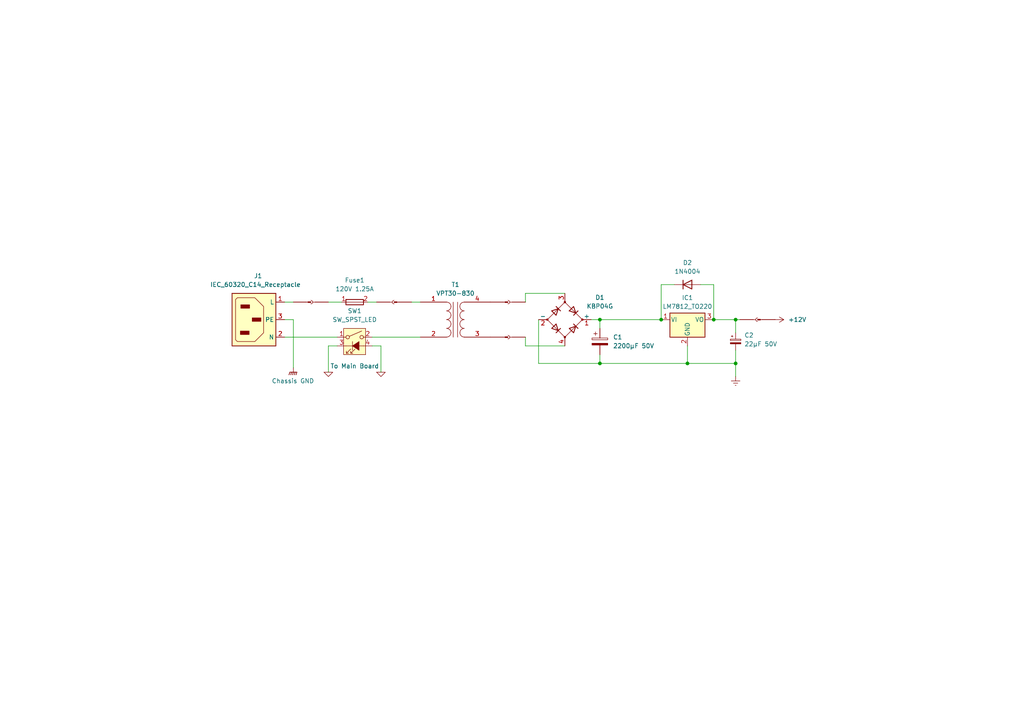
<source format=kicad_sch>
(kicad_sch
	(version 20250114)
	(generator "eeschema")
	(generator_version "9.0")
	(uuid "83e3e5b6-3188-40f8-b574-c9591c2d23a2")
	(paper "A4")
	(lib_symbols
		(symbol "Conn_01x01_Pin_1"
			(pin_numbers
				(hide yes)
			)
			(pin_names
				(offset 1.016)
				(hide yes)
			)
			(exclude_from_sim no)
			(in_bom yes)
			(on_board yes)
			(property "Reference" "J"
				(at 0 2.54 0)
				(effects
					(font
						(size 1.27 1.27)
					)
				)
			)
			(property "Value" "Conn_01x01_Pin"
				(at 0 -2.54 0)
				(effects
					(font
						(size 1.27 1.27)
					)
				)
			)
			(property "Footprint" ""
				(at 0 0 0)
				(effects
					(font
						(size 1.27 1.27)
					)
					(hide yes)
				)
			)
			(property "Datasheet" "~"
				(at 0 0 0)
				(effects
					(font
						(size 1.27 1.27)
					)
					(hide yes)
				)
			)
			(property "Description" "Generic connector, single row, 01x01, script generated"
				(at 0 0 0)
				(effects
					(font
						(size 1.27 1.27)
					)
					(hide yes)
				)
			)
			(property "ki_locked" ""
				(at 0 0 0)
				(effects
					(font
						(size 1.27 1.27)
					)
				)
			)
			(property "ki_keywords" "connector"
				(at 0 0 0)
				(effects
					(font
						(size 1.27 1.27)
					)
					(hide yes)
				)
			)
			(property "ki_fp_filters" "Connector*:*_1x??_*"
				(at 0 0 0)
				(effects
					(font
						(size 1.27 1.27)
					)
					(hide yes)
				)
			)
			(symbol "Conn_01x01_Pin_1_1_1"
				(rectangle
					(start 0.8636 0.127)
					(end 0 -0.127)
					(stroke
						(width 0.1524)
						(type default)
					)
					(fill
						(type outline)
					)
				)
				(polyline
					(pts
						(xy 1.27 0) (xy 0.8636 0)
					)
					(stroke
						(width 0.1524)
						(type default)
					)
					(fill
						(type none)
					)
				)
				(pin passive line
					(at 5.08 0 180)
					(length 3.81)
					(name "Pin_1"
						(effects
							(font
								(size 1.27 1.27)
							)
						)
					)
					(number "1"
						(effects
							(font
								(size 1.27 1.27)
							)
						)
					)
				)
			)
			(embedded_fonts no)
		)
		(symbol "Conn_01x01_Pin_2"
			(pin_numbers
				(hide yes)
			)
			(pin_names
				(offset 1.016)
				(hide yes)
			)
			(exclude_from_sim no)
			(in_bom yes)
			(on_board yes)
			(property "Reference" "J"
				(at 0 2.54 0)
				(effects
					(font
						(size 1.27 1.27)
					)
				)
			)
			(property "Value" "Conn_01x01_Pin"
				(at 0 -2.54 0)
				(effects
					(font
						(size 1.27 1.27)
					)
				)
			)
			(property "Footprint" ""
				(at 0 0 0)
				(effects
					(font
						(size 1.27 1.27)
					)
					(hide yes)
				)
			)
			(property "Datasheet" "~"
				(at 0 0 0)
				(effects
					(font
						(size 1.27 1.27)
					)
					(hide yes)
				)
			)
			(property "Description" "Generic connector, single row, 01x01, script generated"
				(at 0 0 0)
				(effects
					(font
						(size 1.27 1.27)
					)
					(hide yes)
				)
			)
			(property "ki_locked" ""
				(at 0 0 0)
				(effects
					(font
						(size 1.27 1.27)
					)
				)
			)
			(property "ki_keywords" "connector"
				(at 0 0 0)
				(effects
					(font
						(size 1.27 1.27)
					)
					(hide yes)
				)
			)
			(property "ki_fp_filters" "Connector*:*_1x??_*"
				(at 0 0 0)
				(effects
					(font
						(size 1.27 1.27)
					)
					(hide yes)
				)
			)
			(symbol "Conn_01x01_Pin_2_1_1"
				(rectangle
					(start 0.8636 0.127)
					(end 0 -0.127)
					(stroke
						(width 0.1524)
						(type default)
					)
					(fill
						(type outline)
					)
				)
				(polyline
					(pts
						(xy 1.27 0) (xy 0.8636 0)
					)
					(stroke
						(width 0.1524)
						(type default)
					)
					(fill
						(type none)
					)
				)
				(pin passive line
					(at 5.08 0 180)
					(length 3.81)
					(name "Pin_1"
						(effects
							(font
								(size 1.27 1.27)
							)
						)
					)
					(number "1"
						(effects
							(font
								(size 1.27 1.27)
							)
						)
					)
				)
			)
			(embedded_fonts no)
		)
		(symbol "Conn_01x01_Pin_3"
			(pin_numbers
				(hide yes)
			)
			(pin_names
				(offset 1.016)
				(hide yes)
			)
			(exclude_from_sim no)
			(in_bom yes)
			(on_board yes)
			(property "Reference" "J"
				(at 0 2.54 0)
				(effects
					(font
						(size 1.27 1.27)
					)
				)
			)
			(property "Value" "Conn_01x01_Pin"
				(at 0 -2.54 0)
				(effects
					(font
						(size 1.27 1.27)
					)
				)
			)
			(property "Footprint" ""
				(at 0 0 0)
				(effects
					(font
						(size 1.27 1.27)
					)
					(hide yes)
				)
			)
			(property "Datasheet" "~"
				(at 0 0 0)
				(effects
					(font
						(size 1.27 1.27)
					)
					(hide yes)
				)
			)
			(property "Description" "Generic connector, single row, 01x01, script generated"
				(at 0 0 0)
				(effects
					(font
						(size 1.27 1.27)
					)
					(hide yes)
				)
			)
			(property "ki_locked" ""
				(at 0 0 0)
				(effects
					(font
						(size 1.27 1.27)
					)
				)
			)
			(property "ki_keywords" "connector"
				(at 0 0 0)
				(effects
					(font
						(size 1.27 1.27)
					)
					(hide yes)
				)
			)
			(property "ki_fp_filters" "Connector*:*_1x??_*"
				(at 0 0 0)
				(effects
					(font
						(size 1.27 1.27)
					)
					(hide yes)
				)
			)
			(symbol "Conn_01x01_Pin_3_1_1"
				(rectangle
					(start 0.8636 0.127)
					(end 0 -0.127)
					(stroke
						(width 0.1524)
						(type default)
					)
					(fill
						(type outline)
					)
				)
				(polyline
					(pts
						(xy 1.27 0) (xy 0.8636 0)
					)
					(stroke
						(width 0.1524)
						(type default)
					)
					(fill
						(type none)
					)
				)
				(pin passive line
					(at 5.08 0 180)
					(length 3.81)
					(name "Pin_1"
						(effects
							(font
								(size 1.27 1.27)
							)
						)
					)
					(number "1"
						(effects
							(font
								(size 1.27 1.27)
							)
						)
					)
				)
			)
			(embedded_fonts no)
		)
		(symbol "Conn_01x01_Socket_1"
			(pin_numbers
				(hide yes)
			)
			(pin_names
				(offset 1.016)
				(hide yes)
			)
			(exclude_from_sim no)
			(in_bom yes)
			(on_board yes)
			(property "Reference" "J"
				(at 0 2.54 0)
				(effects
					(font
						(size 1.27 1.27)
					)
				)
			)
			(property "Value" "Conn_01x01_Socket"
				(at 0 -2.54 0)
				(effects
					(font
						(size 1.27 1.27)
					)
				)
			)
			(property "Footprint" ""
				(at 0 0 0)
				(effects
					(font
						(size 1.27 1.27)
					)
					(hide yes)
				)
			)
			(property "Datasheet" "~"
				(at 0 0 0)
				(effects
					(font
						(size 1.27 1.27)
					)
					(hide yes)
				)
			)
			(property "Description" "Generic connector, single row, 01x01, script generated"
				(at 0 0 0)
				(effects
					(font
						(size 1.27 1.27)
					)
					(hide yes)
				)
			)
			(property "ki_locked" ""
				(at 0 0 0)
				(effects
					(font
						(size 1.27 1.27)
					)
				)
			)
			(property "ki_keywords" "connector"
				(at 0 0 0)
				(effects
					(font
						(size 1.27 1.27)
					)
					(hide yes)
				)
			)
			(property "ki_fp_filters" "Connector*:*_1x??_*"
				(at 0 0 0)
				(effects
					(font
						(size 1.27 1.27)
					)
					(hide yes)
				)
			)
			(symbol "Conn_01x01_Socket_1_1_1"
				(polyline
					(pts
						(xy -1.27 0) (xy -0.508 0)
					)
					(stroke
						(width 0.1524)
						(type default)
					)
					(fill
						(type none)
					)
				)
				(arc
					(start 0 -0.508)
					(mid -0.5058 0)
					(end 0 0.508)
					(stroke
						(width 0.1524)
						(type default)
					)
					(fill
						(type none)
					)
				)
				(pin passive line
					(at -5.08 0 0)
					(length 3.81)
					(name "Pin_1"
						(effects
							(font
								(size 1.27 1.27)
							)
						)
					)
					(number "1"
						(effects
							(font
								(size 1.27 1.27)
							)
						)
					)
				)
			)
			(embedded_fonts no)
		)
		(symbol "Conn_01x01_Socket_2"
			(pin_numbers
				(hide yes)
			)
			(pin_names
				(offset 1.016)
				(hide yes)
			)
			(exclude_from_sim no)
			(in_bom yes)
			(on_board yes)
			(property "Reference" "J"
				(at 0 2.54 0)
				(effects
					(font
						(size 1.27 1.27)
					)
				)
			)
			(property "Value" "Conn_01x01_Socket"
				(at 0 -2.54 0)
				(effects
					(font
						(size 1.27 1.27)
					)
				)
			)
			(property "Footprint" ""
				(at 0 0 0)
				(effects
					(font
						(size 1.27 1.27)
					)
					(hide yes)
				)
			)
			(property "Datasheet" "~"
				(at 0 0 0)
				(effects
					(font
						(size 1.27 1.27)
					)
					(hide yes)
				)
			)
			(property "Description" "Generic connector, single row, 01x01, script generated"
				(at 0 0 0)
				(effects
					(font
						(size 1.27 1.27)
					)
					(hide yes)
				)
			)
			(property "ki_locked" ""
				(at 0 0 0)
				(effects
					(font
						(size 1.27 1.27)
					)
				)
			)
			(property "ki_keywords" "connector"
				(at 0 0 0)
				(effects
					(font
						(size 1.27 1.27)
					)
					(hide yes)
				)
			)
			(property "ki_fp_filters" "Connector*:*_1x??_*"
				(at 0 0 0)
				(effects
					(font
						(size 1.27 1.27)
					)
					(hide yes)
				)
			)
			(symbol "Conn_01x01_Socket_2_1_1"
				(polyline
					(pts
						(xy -1.27 0) (xy -0.508 0)
					)
					(stroke
						(width 0.1524)
						(type default)
					)
					(fill
						(type none)
					)
				)
				(arc
					(start 0 -0.508)
					(mid -0.5058 0)
					(end 0 0.508)
					(stroke
						(width 0.1524)
						(type default)
					)
					(fill
						(type none)
					)
				)
				(pin passive line
					(at -5.08 0 0)
					(length 3.81)
					(name "Pin_1"
						(effects
							(font
								(size 1.27 1.27)
							)
						)
					)
					(number "1"
						(effects
							(font
								(size 1.27 1.27)
							)
						)
					)
				)
			)
			(embedded_fonts no)
		)
		(symbol "Conn_01x01_Socket_3"
			(pin_numbers
				(hide yes)
			)
			(pin_names
				(offset 1.016)
				(hide yes)
			)
			(exclude_from_sim no)
			(in_bom yes)
			(on_board yes)
			(property "Reference" "J"
				(at 0 2.54 0)
				(effects
					(font
						(size 1.27 1.27)
					)
				)
			)
			(property "Value" "Conn_01x01_Socket"
				(at 0 -2.54 0)
				(effects
					(font
						(size 1.27 1.27)
					)
				)
			)
			(property "Footprint" ""
				(at 0 0 0)
				(effects
					(font
						(size 1.27 1.27)
					)
					(hide yes)
				)
			)
			(property "Datasheet" "~"
				(at 0 0 0)
				(effects
					(font
						(size 1.27 1.27)
					)
					(hide yes)
				)
			)
			(property "Description" "Generic connector, single row, 01x01, script generated"
				(at 0 0 0)
				(effects
					(font
						(size 1.27 1.27)
					)
					(hide yes)
				)
			)
			(property "ki_locked" ""
				(at 0 0 0)
				(effects
					(font
						(size 1.27 1.27)
					)
				)
			)
			(property "ki_keywords" "connector"
				(at 0 0 0)
				(effects
					(font
						(size 1.27 1.27)
					)
					(hide yes)
				)
			)
			(property "ki_fp_filters" "Connector*:*_1x??_*"
				(at 0 0 0)
				(effects
					(font
						(size 1.27 1.27)
					)
					(hide yes)
				)
			)
			(symbol "Conn_01x01_Socket_3_1_1"
				(polyline
					(pts
						(xy -1.27 0) (xy -0.508 0)
					)
					(stroke
						(width 0.1524)
						(type default)
					)
					(fill
						(type none)
					)
				)
				(arc
					(start 0 -0.508)
					(mid -0.5058 0)
					(end 0 0.508)
					(stroke
						(width 0.1524)
						(type default)
					)
					(fill
						(type none)
					)
				)
				(pin passive line
					(at -5.08 0 0)
					(length 3.81)
					(name "Pin_1"
						(effects
							(font
								(size 1.27 1.27)
							)
						)
					)
					(number "1"
						(effects
							(font
								(size 1.27 1.27)
							)
						)
					)
				)
			)
			(embedded_fonts no)
		)
		(symbol "Conn_01x01_Socket_4"
			(pin_numbers
				(hide yes)
			)
			(pin_names
				(offset 1.016)
				(hide yes)
			)
			(exclude_from_sim no)
			(in_bom yes)
			(on_board yes)
			(property "Reference" "J"
				(at 0 2.54 0)
				(effects
					(font
						(size 1.27 1.27)
					)
				)
			)
			(property "Value" "Conn_01x01_Socket"
				(at 0 -2.54 0)
				(effects
					(font
						(size 1.27 1.27)
					)
				)
			)
			(property "Footprint" ""
				(at 0 0 0)
				(effects
					(font
						(size 1.27 1.27)
					)
					(hide yes)
				)
			)
			(property "Datasheet" "~"
				(at 0 0 0)
				(effects
					(font
						(size 1.27 1.27)
					)
					(hide yes)
				)
			)
			(property "Description" "Generic connector, single row, 01x01, script generated"
				(at 0 0 0)
				(effects
					(font
						(size 1.27 1.27)
					)
					(hide yes)
				)
			)
			(property "ki_locked" ""
				(at 0 0 0)
				(effects
					(font
						(size 1.27 1.27)
					)
				)
			)
			(property "ki_keywords" "connector"
				(at 0 0 0)
				(effects
					(font
						(size 1.27 1.27)
					)
					(hide yes)
				)
			)
			(property "ki_fp_filters" "Connector*:*_1x??_*"
				(at 0 0 0)
				(effects
					(font
						(size 1.27 1.27)
					)
					(hide yes)
				)
			)
			(symbol "Conn_01x01_Socket_4_1_1"
				(polyline
					(pts
						(xy -1.27 0) (xy -0.508 0)
					)
					(stroke
						(width 0.1524)
						(type default)
					)
					(fill
						(type none)
					)
				)
				(arc
					(start 0 -0.508)
					(mid -0.5058 0)
					(end 0 0.508)
					(stroke
						(width 0.1524)
						(type default)
					)
					(fill
						(type none)
					)
				)
				(pin passive line
					(at -5.08 0 0)
					(length 3.81)
					(name "Pin_1"
						(effects
							(font
								(size 1.27 1.27)
							)
						)
					)
					(number "1"
						(effects
							(font
								(size 1.27 1.27)
							)
						)
					)
				)
			)
			(embedded_fonts no)
		)
		(symbol "Connector:Conn_01x01_Pin"
			(pin_numbers
				(hide yes)
			)
			(pin_names
				(offset 1.016)
				(hide yes)
			)
			(exclude_from_sim no)
			(in_bom yes)
			(on_board yes)
			(property "Reference" "J"
				(at 0 2.54 0)
				(effects
					(font
						(size 1.27 1.27)
					)
				)
			)
			(property "Value" "Conn_01x01_Pin"
				(at 0 -2.54 0)
				(effects
					(font
						(size 1.27 1.27)
					)
				)
			)
			(property "Footprint" ""
				(at 0 0 0)
				(effects
					(font
						(size 1.27 1.27)
					)
					(hide yes)
				)
			)
			(property "Datasheet" "~"
				(at 0 0 0)
				(effects
					(font
						(size 1.27 1.27)
					)
					(hide yes)
				)
			)
			(property "Description" "Generic connector, single row, 01x01, script generated"
				(at 0 0 0)
				(effects
					(font
						(size 1.27 1.27)
					)
					(hide yes)
				)
			)
			(property "ki_locked" ""
				(at 0 0 0)
				(effects
					(font
						(size 1.27 1.27)
					)
				)
			)
			(property "ki_keywords" "connector"
				(at 0 0 0)
				(effects
					(font
						(size 1.27 1.27)
					)
					(hide yes)
				)
			)
			(property "ki_fp_filters" "Connector*:*_1x??_*"
				(at 0 0 0)
				(effects
					(font
						(size 1.27 1.27)
					)
					(hide yes)
				)
			)
			(symbol "Conn_01x01_Pin_1_1"
				(rectangle
					(start 0.8636 0.127)
					(end 0 -0.127)
					(stroke
						(width 0.1524)
						(type default)
					)
					(fill
						(type outline)
					)
				)
				(polyline
					(pts
						(xy 1.27 0) (xy 0.8636 0)
					)
					(stroke
						(width 0.1524)
						(type default)
					)
					(fill
						(type none)
					)
				)
				(pin passive line
					(at 5.08 0 180)
					(length 3.81)
					(name "Pin_1"
						(effects
							(font
								(size 1.27 1.27)
							)
						)
					)
					(number "1"
						(effects
							(font
								(size 1.27 1.27)
							)
						)
					)
				)
			)
			(embedded_fonts no)
		)
		(symbol "Connector:Conn_01x01_Socket"
			(pin_numbers
				(hide yes)
			)
			(pin_names
				(offset 1.016)
				(hide yes)
			)
			(exclude_from_sim no)
			(in_bom yes)
			(on_board yes)
			(property "Reference" "J"
				(at 0 2.54 0)
				(effects
					(font
						(size 1.27 1.27)
					)
				)
			)
			(property "Value" "Conn_01x01_Socket"
				(at 0 -2.54 0)
				(effects
					(font
						(size 1.27 1.27)
					)
				)
			)
			(property "Footprint" ""
				(at 0 0 0)
				(effects
					(font
						(size 1.27 1.27)
					)
					(hide yes)
				)
			)
			(property "Datasheet" "~"
				(at 0 0 0)
				(effects
					(font
						(size 1.27 1.27)
					)
					(hide yes)
				)
			)
			(property "Description" "Generic connector, single row, 01x01, script generated"
				(at 0 0 0)
				(effects
					(font
						(size 1.27 1.27)
					)
					(hide yes)
				)
			)
			(property "ki_locked" ""
				(at 0 0 0)
				(effects
					(font
						(size 1.27 1.27)
					)
				)
			)
			(property "ki_keywords" "connector"
				(at 0 0 0)
				(effects
					(font
						(size 1.27 1.27)
					)
					(hide yes)
				)
			)
			(property "ki_fp_filters" "Connector*:*_1x??_*"
				(at 0 0 0)
				(effects
					(font
						(size 1.27 1.27)
					)
					(hide yes)
				)
			)
			(symbol "Conn_01x01_Socket_1_1"
				(polyline
					(pts
						(xy -1.27 0) (xy -0.508 0)
					)
					(stroke
						(width 0.1524)
						(type default)
					)
					(fill
						(type none)
					)
				)
				(arc
					(start 0 -0.508)
					(mid -0.5058 0)
					(end 0 0.508)
					(stroke
						(width 0.1524)
						(type default)
					)
					(fill
						(type none)
					)
				)
				(pin passive line
					(at -5.08 0 0)
					(length 3.81)
					(name "Pin_1"
						(effects
							(font
								(size 1.27 1.27)
							)
						)
					)
					(number "1"
						(effects
							(font
								(size 1.27 1.27)
							)
						)
					)
				)
			)
			(embedded_fonts no)
		)
		(symbol "Connector:IEC_60320_C14_Receptacle"
			(exclude_from_sim no)
			(in_bom yes)
			(on_board yes)
			(property "Reference" "J"
				(at -5.842 8.636 0)
				(effects
					(font
						(size 1.27 1.27)
					)
				)
			)
			(property "Value" "IEC_60320_C14_Receptacle"
				(at 0 -9.144 0)
				(effects
					(font
						(size 1.27 1.27)
					)
				)
			)
			(property "Footprint" ""
				(at -2.286 0 0)
				(effects
					(font
						(size 1.27 1.27)
					)
					(hide yes)
				)
			)
			(property "Datasheet" "~"
				(at -2.286 0 0)
				(effects
					(font
						(size 1.27 1.27)
					)
					(hide yes)
				)
			)
			(property "Description" "C14 Plug, 10A max"
				(at -0.635 0 0)
				(effects
					(font
						(size 1.27 1.27)
					)
					(hide yes)
				)
			)
			(property "ki_keywords" "Plug C14 IEC320"
				(at 0 0 0)
				(effects
					(font
						(size 1.27 1.27)
					)
					(hide yes)
				)
			)
			(property "ki_fp_filters" "C*14*Receptacle*"
				(at 0 0 0)
				(effects
					(font
						(size 1.27 1.27)
					)
					(hide yes)
				)
			)
			(symbol "IEC_60320_C14_Receptacle_1_1"
				(rectangle
					(start -6.35 7.62)
					(end 6.35 -7.62)
					(stroke
						(width 0.254)
						(type default)
					)
					(fill
						(type background)
					)
				)
				(polyline
					(pts
						(xy -4.826 -6.35) (xy -5.334 -5.842) (xy -5.334 5.842) (xy -4.826 6.35) (xy 0.254 6.35) (xy 2.794 3.81)
						(xy 2.794 -3.81) (xy 0.254 -6.35) (xy -4.826 -6.35)
					)
					(stroke
						(width 0)
						(type default)
					)
					(fill
						(type background)
					)
				)
				(rectangle
					(start -3.937 -3.302)
					(end -1.397 -4.318)
					(stroke
						(width 0)
						(type default)
					)
					(fill
						(type outline)
					)
				)
				(rectangle
					(start -3.81 4.318)
					(end -1.27 3.302)
					(stroke
						(width 0)
						(type default)
					)
					(fill
						(type outline)
					)
				)
				(rectangle
					(start -0.508 0.508)
					(end 2.032 -0.508)
					(stroke
						(width 0)
						(type default)
					)
					(fill
						(type outline)
					)
				)
				(pin power_in line
					(at 8.89 5.08 180)
					(length 2.54)
					(name "L"
						(effects
							(font
								(size 1.27 1.27)
							)
						)
					)
					(number "1"
						(effects
							(font
								(size 1.27 1.27)
							)
						)
					)
				)
				(pin bidirectional line
					(at 8.89 0 180)
					(length 2.54)
					(name "PE"
						(effects
							(font
								(size 1.27 1.27)
							)
						)
					)
					(number "3"
						(effects
							(font
								(size 1.27 1.27)
							)
						)
					)
				)
				(pin power_in line
					(at 8.89 -5.08 180)
					(length 2.54)
					(name "N"
						(effects
							(font
								(size 1.27 1.27)
							)
						)
					)
					(number "2"
						(effects
							(font
								(size 1.27 1.27)
							)
						)
					)
				)
			)
			(embedded_fonts no)
		)
		(symbol "Device:C_Polarized"
			(pin_numbers
				(hide yes)
			)
			(pin_names
				(offset 0.254)
			)
			(exclude_from_sim no)
			(in_bom yes)
			(on_board yes)
			(property "Reference" "C"
				(at 0.635 2.54 0)
				(effects
					(font
						(size 1.27 1.27)
					)
					(justify left)
				)
			)
			(property "Value" "C_Polarized"
				(at 0.635 -2.54 0)
				(effects
					(font
						(size 1.27 1.27)
					)
					(justify left)
				)
			)
			(property "Footprint" ""
				(at 0.9652 -3.81 0)
				(effects
					(font
						(size 1.27 1.27)
					)
					(hide yes)
				)
			)
			(property "Datasheet" "~"
				(at 0 0 0)
				(effects
					(font
						(size 1.27 1.27)
					)
					(hide yes)
				)
			)
			(property "Description" "Polarized capacitor"
				(at 0 0 0)
				(effects
					(font
						(size 1.27 1.27)
					)
					(hide yes)
				)
			)
			(property "ki_keywords" "cap capacitor"
				(at 0 0 0)
				(effects
					(font
						(size 1.27 1.27)
					)
					(hide yes)
				)
			)
			(property "ki_fp_filters" "CP_*"
				(at 0 0 0)
				(effects
					(font
						(size 1.27 1.27)
					)
					(hide yes)
				)
			)
			(symbol "C_Polarized_0_1"
				(rectangle
					(start -2.286 0.508)
					(end 2.286 1.016)
					(stroke
						(width 0)
						(type default)
					)
					(fill
						(type none)
					)
				)
				(polyline
					(pts
						(xy -1.778 2.286) (xy -0.762 2.286)
					)
					(stroke
						(width 0)
						(type default)
					)
					(fill
						(type none)
					)
				)
				(polyline
					(pts
						(xy -1.27 2.794) (xy -1.27 1.778)
					)
					(stroke
						(width 0)
						(type default)
					)
					(fill
						(type none)
					)
				)
				(rectangle
					(start 2.286 -0.508)
					(end -2.286 -1.016)
					(stroke
						(width 0)
						(type default)
					)
					(fill
						(type outline)
					)
				)
			)
			(symbol "C_Polarized_1_1"
				(pin passive line
					(at 0 3.81 270)
					(length 2.794)
					(name "~"
						(effects
							(font
								(size 1.27 1.27)
							)
						)
					)
					(number "1"
						(effects
							(font
								(size 1.27 1.27)
							)
						)
					)
				)
				(pin passive line
					(at 0 -3.81 90)
					(length 2.794)
					(name "~"
						(effects
							(font
								(size 1.27 1.27)
							)
						)
					)
					(number "2"
						(effects
							(font
								(size 1.27 1.27)
							)
						)
					)
				)
			)
			(embedded_fonts no)
		)
		(symbol "Device:C_Polarized_Small"
			(pin_numbers
				(hide yes)
			)
			(pin_names
				(offset 0.254)
				(hide yes)
			)
			(exclude_from_sim no)
			(in_bom yes)
			(on_board yes)
			(property "Reference" "C"
				(at 0.254 1.778 0)
				(effects
					(font
						(size 1.27 1.27)
					)
					(justify left)
				)
			)
			(property "Value" "C_Polarized_Small"
				(at 0.254 -2.032 0)
				(effects
					(font
						(size 1.27 1.27)
					)
					(justify left)
				)
			)
			(property "Footprint" ""
				(at 0 0 0)
				(effects
					(font
						(size 1.27 1.27)
					)
					(hide yes)
				)
			)
			(property "Datasheet" "~"
				(at 0 0 0)
				(effects
					(font
						(size 1.27 1.27)
					)
					(hide yes)
				)
			)
			(property "Description" "Polarized capacitor, small symbol"
				(at 0 0 0)
				(effects
					(font
						(size 1.27 1.27)
					)
					(hide yes)
				)
			)
			(property "ki_keywords" "cap capacitor"
				(at 0 0 0)
				(effects
					(font
						(size 1.27 1.27)
					)
					(hide yes)
				)
			)
			(property "ki_fp_filters" "CP_*"
				(at 0 0 0)
				(effects
					(font
						(size 1.27 1.27)
					)
					(hide yes)
				)
			)
			(symbol "C_Polarized_Small_0_1"
				(rectangle
					(start -1.524 0.6858)
					(end 1.524 0.3048)
					(stroke
						(width 0)
						(type default)
					)
					(fill
						(type none)
					)
				)
				(rectangle
					(start -1.524 -0.3048)
					(end 1.524 -0.6858)
					(stroke
						(width 0)
						(type default)
					)
					(fill
						(type outline)
					)
				)
				(polyline
					(pts
						(xy -1.27 1.524) (xy -0.762 1.524)
					)
					(stroke
						(width 0)
						(type default)
					)
					(fill
						(type none)
					)
				)
				(polyline
					(pts
						(xy -1.016 1.27) (xy -1.016 1.778)
					)
					(stroke
						(width 0)
						(type default)
					)
					(fill
						(type none)
					)
				)
			)
			(symbol "C_Polarized_Small_1_1"
				(pin passive line
					(at 0 2.54 270)
					(length 1.8542)
					(name "~"
						(effects
							(font
								(size 1.27 1.27)
							)
						)
					)
					(number "1"
						(effects
							(font
								(size 1.27 1.27)
							)
						)
					)
				)
				(pin passive line
					(at 0 -2.54 90)
					(length 1.8542)
					(name "~"
						(effects
							(font
								(size 1.27 1.27)
							)
						)
					)
					(number "2"
						(effects
							(font
								(size 1.27 1.27)
							)
						)
					)
				)
			)
			(embedded_fonts no)
		)
		(symbol "Device:D"
			(pin_numbers
				(hide yes)
			)
			(pin_names
				(offset 1.016)
				(hide yes)
			)
			(exclude_from_sim no)
			(in_bom yes)
			(on_board yes)
			(property "Reference" "D"
				(at 0 2.54 0)
				(effects
					(font
						(size 1.27 1.27)
					)
				)
			)
			(property "Value" "D"
				(at 0 -2.54 0)
				(effects
					(font
						(size 1.27 1.27)
					)
				)
			)
			(property "Footprint" ""
				(at 0 0 0)
				(effects
					(font
						(size 1.27 1.27)
					)
					(hide yes)
				)
			)
			(property "Datasheet" "~"
				(at 0 0 0)
				(effects
					(font
						(size 1.27 1.27)
					)
					(hide yes)
				)
			)
			(property "Description" "Diode"
				(at 0 0 0)
				(effects
					(font
						(size 1.27 1.27)
					)
					(hide yes)
				)
			)
			(property "Sim.Device" "D"
				(at 0 0 0)
				(effects
					(font
						(size 1.27 1.27)
					)
					(hide yes)
				)
			)
			(property "Sim.Pins" "1=K 2=A"
				(at 0 0 0)
				(effects
					(font
						(size 1.27 1.27)
					)
					(hide yes)
				)
			)
			(property "ki_keywords" "diode"
				(at 0 0 0)
				(effects
					(font
						(size 1.27 1.27)
					)
					(hide yes)
				)
			)
			(property "ki_fp_filters" "TO-???* *_Diode_* *SingleDiode* D_*"
				(at 0 0 0)
				(effects
					(font
						(size 1.27 1.27)
					)
					(hide yes)
				)
			)
			(symbol "D_0_1"
				(polyline
					(pts
						(xy -1.27 1.27) (xy -1.27 -1.27)
					)
					(stroke
						(width 0.254)
						(type default)
					)
					(fill
						(type none)
					)
				)
				(polyline
					(pts
						(xy 1.27 1.27) (xy 1.27 -1.27) (xy -1.27 0) (xy 1.27 1.27)
					)
					(stroke
						(width 0.254)
						(type default)
					)
					(fill
						(type none)
					)
				)
				(polyline
					(pts
						(xy 1.27 0) (xy -1.27 0)
					)
					(stroke
						(width 0)
						(type default)
					)
					(fill
						(type none)
					)
				)
			)
			(symbol "D_1_1"
				(pin passive line
					(at -3.81 0 0)
					(length 2.54)
					(name "K"
						(effects
							(font
								(size 1.27 1.27)
							)
						)
					)
					(number "1"
						(effects
							(font
								(size 1.27 1.27)
							)
						)
					)
				)
				(pin passive line
					(at 3.81 0 180)
					(length 2.54)
					(name "A"
						(effects
							(font
								(size 1.27 1.27)
							)
						)
					)
					(number "2"
						(effects
							(font
								(size 1.27 1.27)
							)
						)
					)
				)
			)
			(embedded_fonts no)
		)
		(symbol "Device:D_Bridge_+-AA"
			(pin_names
				(offset 0)
			)
			(exclude_from_sim no)
			(in_bom yes)
			(on_board yes)
			(property "Reference" "D"
				(at 2.54 6.985 0)
				(effects
					(font
						(size 1.27 1.27)
					)
					(justify left)
				)
			)
			(property "Value" "D_Bridge_+-AA"
				(at 2.54 5.08 0)
				(effects
					(font
						(size 1.27 1.27)
					)
					(justify left)
				)
			)
			(property "Footprint" ""
				(at 0 0 0)
				(effects
					(font
						(size 1.27 1.27)
					)
					(hide yes)
				)
			)
			(property "Datasheet" "~"
				(at 0 0 0)
				(effects
					(font
						(size 1.27 1.27)
					)
					(hide yes)
				)
			)
			(property "Description" "Diode bridge, +ve/-ve/AC/AC"
				(at 0 0 0)
				(effects
					(font
						(size 1.27 1.27)
					)
					(hide yes)
				)
			)
			(property "ki_keywords" "rectifier ACDC"
				(at 0 0 0)
				(effects
					(font
						(size 1.27 1.27)
					)
					(hide yes)
				)
			)
			(property "ki_fp_filters" "D*Bridge* D*Rectifier*"
				(at 0 0 0)
				(effects
					(font
						(size 1.27 1.27)
					)
					(hide yes)
				)
			)
			(symbol "D_Bridge_+-AA_0_1"
				(circle
					(center -5.08 0)
					(radius 0.254)
					(stroke
						(width 0)
						(type default)
					)
					(fill
						(type outline)
					)
				)
				(polyline
					(pts
						(xy -5.08 0) (xy 0 -5.08) (xy 5.08 0) (xy 0 5.08) (xy -5.08 0)
					)
					(stroke
						(width 0)
						(type default)
					)
					(fill
						(type none)
					)
				)
				(polyline
					(pts
						(xy -3.81 2.54) (xy -2.54 1.27) (xy -1.905 3.175) (xy -3.81 2.54)
					)
					(stroke
						(width 0.254)
						(type default)
					)
					(fill
						(type none)
					)
				)
				(polyline
					(pts
						(xy -2.54 3.81) (xy -1.27 2.54)
					)
					(stroke
						(width 0.254)
						(type default)
					)
					(fill
						(type none)
					)
				)
				(polyline
					(pts
						(xy -2.54 -1.27) (xy -3.81 -2.54) (xy -1.905 -3.175) (xy -2.54 -1.27)
					)
					(stroke
						(width 0.254)
						(type default)
					)
					(fill
						(type none)
					)
				)
				(polyline
					(pts
						(xy -1.27 -2.54) (xy -2.54 -3.81)
					)
					(stroke
						(width 0.254)
						(type default)
					)
					(fill
						(type none)
					)
				)
				(circle
					(center 0 5.08)
					(radius 0.254)
					(stroke
						(width 0)
						(type default)
					)
					(fill
						(type outline)
					)
				)
				(circle
					(center 0 -5.08)
					(radius 0.254)
					(stroke
						(width 0)
						(type default)
					)
					(fill
						(type outline)
					)
				)
				(polyline
					(pts
						(xy 1.27 2.54) (xy 2.54 3.81) (xy 3.175 1.905) (xy 1.27 2.54)
					)
					(stroke
						(width 0.254)
						(type default)
					)
					(fill
						(type none)
					)
				)
				(polyline
					(pts
						(xy 2.54 1.27) (xy 3.81 2.54)
					)
					(stroke
						(width 0.254)
						(type default)
					)
					(fill
						(type none)
					)
				)
				(polyline
					(pts
						(xy 2.54 -1.27) (xy 3.81 -2.54)
					)
					(stroke
						(width 0.254)
						(type default)
					)
					(fill
						(type none)
					)
				)
				(polyline
					(pts
						(xy 3.175 -1.905) (xy 1.27 -2.54) (xy 2.54 -3.81) (xy 3.175 -1.905)
					)
					(stroke
						(width 0.254)
						(type default)
					)
					(fill
						(type none)
					)
				)
				(circle
					(center 5.08 0)
					(radius 0.254)
					(stroke
						(width 0)
						(type default)
					)
					(fill
						(type outline)
					)
				)
			)
			(symbol "D_Bridge_+-AA_1_1"
				(pin passive line
					(at -7.62 0 0)
					(length 2.54)
					(name "-"
						(effects
							(font
								(size 1.27 1.27)
							)
						)
					)
					(number "2"
						(effects
							(font
								(size 1.27 1.27)
							)
						)
					)
				)
				(pin passive line
					(at 0 7.62 270)
					(length 2.54)
					(name "~"
						(effects
							(font
								(size 1.27 1.27)
							)
						)
					)
					(number "3"
						(effects
							(font
								(size 1.27 1.27)
							)
						)
					)
				)
				(pin passive line
					(at 0 -7.62 90)
					(length 2.54)
					(name "~"
						(effects
							(font
								(size 1.27 1.27)
							)
						)
					)
					(number "4"
						(effects
							(font
								(size 1.27 1.27)
							)
						)
					)
				)
				(pin passive line
					(at 7.62 0 180)
					(length 2.54)
					(name "+"
						(effects
							(font
								(size 1.27 1.27)
							)
						)
					)
					(number "1"
						(effects
							(font
								(size 1.27 1.27)
							)
						)
					)
				)
			)
			(embedded_fonts no)
		)
		(symbol "Device:Fuse"
			(pin_names
				(offset 0)
			)
			(exclude_from_sim no)
			(in_bom yes)
			(on_board yes)
			(property "Reference" "F"
				(at 2.032 0 90)
				(effects
					(font
						(size 1.27 1.27)
					)
				)
			)
			(property "Value" "Fuse"
				(at -1.905 0 90)
				(effects
					(font
						(size 1.27 1.27)
					)
				)
			)
			(property "Footprint" ""
				(at -1.778 0 90)
				(effects
					(font
						(size 1.27 1.27)
					)
					(hide yes)
				)
			)
			(property "Datasheet" "~"
				(at 0 0 0)
				(effects
					(font
						(size 1.27 1.27)
					)
					(hide yes)
				)
			)
			(property "Description" "Fuse"
				(at 0 0 0)
				(effects
					(font
						(size 1.27 1.27)
					)
					(hide yes)
				)
			)
			(property "ki_keywords" "fuse"
				(at 0 0 0)
				(effects
					(font
						(size 1.27 1.27)
					)
					(hide yes)
				)
			)
			(property "ki_fp_filters" "*Fuse*"
				(at 0 0 0)
				(effects
					(font
						(size 1.27 1.27)
					)
					(hide yes)
				)
			)
			(symbol "Fuse_0_1"
				(rectangle
					(start -0.762 -2.54)
					(end 0.762 2.54)
					(stroke
						(width 0.254)
						(type default)
					)
					(fill
						(type none)
					)
				)
				(polyline
					(pts
						(xy 0 2.54) (xy 0 -2.54)
					)
					(stroke
						(width 0)
						(type default)
					)
					(fill
						(type none)
					)
				)
			)
			(symbol "Fuse_1_1"
				(pin passive line
					(at 0 3.81 270)
					(length 1.27)
					(name "~"
						(effects
							(font
								(size 1.27 1.27)
							)
						)
					)
					(number "1"
						(effects
							(font
								(size 1.27 1.27)
							)
						)
					)
				)
				(pin passive line
					(at 0 -3.81 90)
					(length 1.27)
					(name "~"
						(effects
							(font
								(size 1.27 1.27)
							)
						)
					)
					(number "2"
						(effects
							(font
								(size 1.27 1.27)
							)
						)
					)
				)
			)
			(embedded_fonts no)
		)
		(symbol "Device:Transformer_1P_1S"
			(pin_names
				(offset 1.016)
				(hide yes)
			)
			(exclude_from_sim no)
			(in_bom yes)
			(on_board yes)
			(property "Reference" "T"
				(at 0 6.35 0)
				(effects
					(font
						(size 1.27 1.27)
					)
				)
			)
			(property "Value" "Transformer_1P_1S"
				(at 0 -7.62 0)
				(effects
					(font
						(size 1.27 1.27)
					)
				)
			)
			(property "Footprint" ""
				(at 0 0 0)
				(effects
					(font
						(size 1.27 1.27)
					)
					(hide yes)
				)
			)
			(property "Datasheet" "~"
				(at 0 0 0)
				(effects
					(font
						(size 1.27 1.27)
					)
					(hide yes)
				)
			)
			(property "Description" "Transformer, single primary, single secondary"
				(at 0 0 0)
				(effects
					(font
						(size 1.27 1.27)
					)
					(hide yes)
				)
			)
			(property "ki_keywords" "transformer coil magnet"
				(at 0 0 0)
				(effects
					(font
						(size 1.27 1.27)
					)
					(hide yes)
				)
			)
			(symbol "Transformer_1P_1S_0_1"
				(arc
					(start -1.27 3.81)
					(mid -1.656 2.9336)
					(end -2.54 2.5654)
					(stroke
						(width 0)
						(type default)
					)
					(fill
						(type none)
					)
				)
				(arc
					(start -1.27 1.27)
					(mid -1.656 0.3936)
					(end -2.54 0.0254)
					(stroke
						(width 0)
						(type default)
					)
					(fill
						(type none)
					)
				)
				(arc
					(start -1.27 -1.27)
					(mid -1.656 -2.1464)
					(end -2.54 -2.5146)
					(stroke
						(width 0)
						(type default)
					)
					(fill
						(type none)
					)
				)
				(arc
					(start -1.27 -3.81)
					(mid -1.656 -4.6864)
					(end -2.54 -5.0546)
					(stroke
						(width 0)
						(type default)
					)
					(fill
						(type none)
					)
				)
				(arc
					(start -2.54 5.08)
					(mid -1.642 4.708)
					(end -1.27 3.81)
					(stroke
						(width 0)
						(type default)
					)
					(fill
						(type none)
					)
				)
				(arc
					(start -2.54 2.54)
					(mid -1.642 2.168)
					(end -1.27 1.27)
					(stroke
						(width 0)
						(type default)
					)
					(fill
						(type none)
					)
				)
				(arc
					(start -2.54 0)
					(mid -1.642 -0.372)
					(end -1.27 -1.27)
					(stroke
						(width 0)
						(type default)
					)
					(fill
						(type none)
					)
				)
				(arc
					(start -2.54 -2.54)
					(mid -1.642 -2.912)
					(end -1.27 -3.81)
					(stroke
						(width 0)
						(type default)
					)
					(fill
						(type none)
					)
				)
				(polyline
					(pts
						(xy -0.635 5.08) (xy -0.635 -5.08)
					)
					(stroke
						(width 0)
						(type default)
					)
					(fill
						(type none)
					)
				)
				(polyline
					(pts
						(xy 0.635 -5.08) (xy 0.635 5.08)
					)
					(stroke
						(width 0)
						(type default)
					)
					(fill
						(type none)
					)
				)
				(arc
					(start 1.2954 3.81)
					(mid 1.6457 4.7117)
					(end 2.54 5.08)
					(stroke
						(width 0)
						(type default)
					)
					(fill
						(type none)
					)
				)
				(arc
					(start 1.2954 1.27)
					(mid 1.6457 2.1717)
					(end 2.54 2.54)
					(stroke
						(width 0)
						(type default)
					)
					(fill
						(type none)
					)
				)
				(arc
					(start 1.2954 -1.27)
					(mid 1.6457 -0.3683)
					(end 2.54 0)
					(stroke
						(width 0)
						(type default)
					)
					(fill
						(type none)
					)
				)
				(arc
					(start 2.54 2.5654)
					(mid 1.6599 2.9299)
					(end 1.2954 3.81)
					(stroke
						(width 0)
						(type default)
					)
					(fill
						(type none)
					)
				)
				(arc
					(start 2.54 0.0254)
					(mid 1.6599 0.3899)
					(end 1.2954 1.27)
					(stroke
						(width 0)
						(type default)
					)
					(fill
						(type none)
					)
				)
				(arc
					(start 2.54 -2.5146)
					(mid 1.6599 -2.1501)
					(end 1.2954 -1.27)
					(stroke
						(width 0)
						(type default)
					)
					(fill
						(type none)
					)
				)
				(arc
					(start 1.3208 -3.81)
					(mid 1.6711 -2.9085)
					(end 2.5654 -2.54)
					(stroke
						(width 0)
						(type default)
					)
					(fill
						(type none)
					)
				)
				(arc
					(start 2.5654 -5.0546)
					(mid 1.6851 -4.6902)
					(end 1.3208 -3.81)
					(stroke
						(width 0)
						(type default)
					)
					(fill
						(type none)
					)
				)
			)
			(symbol "Transformer_1P_1S_1_1"
				(pin passive line
					(at -10.16 5.08 0)
					(length 7.62)
					(name "AA"
						(effects
							(font
								(size 1.27 1.27)
							)
						)
					)
					(number "1"
						(effects
							(font
								(size 1.27 1.27)
							)
						)
					)
				)
				(pin passive line
					(at -10.16 -5.08 0)
					(length 7.62)
					(name "AB"
						(effects
							(font
								(size 1.27 1.27)
							)
						)
					)
					(number "2"
						(effects
							(font
								(size 1.27 1.27)
							)
						)
					)
				)
				(pin passive line
					(at 10.16 5.08 180)
					(length 7.62)
					(name "SB"
						(effects
							(font
								(size 1.27 1.27)
							)
						)
					)
					(number "4"
						(effects
							(font
								(size 1.27 1.27)
							)
						)
					)
				)
				(pin passive line
					(at 10.16 -5.08 180)
					(length 7.62)
					(name "SA"
						(effects
							(font
								(size 1.27 1.27)
							)
						)
					)
					(number "3"
						(effects
							(font
								(size 1.27 1.27)
							)
						)
					)
				)
			)
			(embedded_fonts no)
		)
		(symbol "Regulator_Linear:LM7812_TO220"
			(pin_names
				(offset 0.254)
			)
			(exclude_from_sim no)
			(in_bom yes)
			(on_board yes)
			(property "Reference" "U"
				(at -3.81 3.175 0)
				(effects
					(font
						(size 1.27 1.27)
					)
				)
			)
			(property "Value" "LM7812_TO220"
				(at 0 3.175 0)
				(effects
					(font
						(size 1.27 1.27)
					)
					(justify left)
				)
			)
			(property "Footprint" "Package_TO_SOT_THT:TO-220-3_Vertical"
				(at 0 5.715 0)
				(effects
					(font
						(size 1.27 1.27)
						(italic yes)
					)
					(hide yes)
				)
			)
			(property "Datasheet" "https://www.onsemi.cn/PowerSolutions/document/MC7800-D.PDF"
				(at 0 -1.27 0)
				(effects
					(font
						(size 1.27 1.27)
					)
					(hide yes)
				)
			)
			(property "Description" "Positive 1A 35V Linear Regulator, Fixed Output 12V, TO-220"
				(at 0 0 0)
				(effects
					(font
						(size 1.27 1.27)
					)
					(hide yes)
				)
			)
			(property "ki_keywords" "Voltage Regulator 1A Positive"
				(at 0 0 0)
				(effects
					(font
						(size 1.27 1.27)
					)
					(hide yes)
				)
			)
			(property "ki_fp_filters" "TO?220*"
				(at 0 0 0)
				(effects
					(font
						(size 1.27 1.27)
					)
					(hide yes)
				)
			)
			(symbol "LM7812_TO220_0_1"
				(rectangle
					(start -5.08 1.905)
					(end 5.08 -5.08)
					(stroke
						(width 0.254)
						(type default)
					)
					(fill
						(type background)
					)
				)
			)
			(symbol "LM7812_TO220_1_1"
				(pin power_in line
					(at -7.62 0 0)
					(length 2.54)
					(name "VI"
						(effects
							(font
								(size 1.27 1.27)
							)
						)
					)
					(number "1"
						(effects
							(font
								(size 1.27 1.27)
							)
						)
					)
				)
				(pin power_in line
					(at 0 -7.62 90)
					(length 2.54)
					(name "GND"
						(effects
							(font
								(size 1.27 1.27)
							)
						)
					)
					(number "2"
						(effects
							(font
								(size 1.27 1.27)
							)
						)
					)
				)
				(pin power_out line
					(at 7.62 0 180)
					(length 2.54)
					(name "VO"
						(effects
							(font
								(size 1.27 1.27)
							)
						)
					)
					(number "3"
						(effects
							(font
								(size 1.27 1.27)
							)
						)
					)
				)
			)
			(embedded_fonts no)
		)
		(symbol "Simulation_SPICE:0"
			(power)
			(pin_numbers
				(hide yes)
			)
			(pin_names
				(offset 0)
				(hide yes)
			)
			(exclude_from_sim no)
			(in_bom yes)
			(on_board yes)
			(property "Reference" "#GND"
				(at 0 -5.08 0)
				(effects
					(font
						(size 1.27 1.27)
					)
					(hide yes)
				)
			)
			(property "Value" "0"
				(at 0 -2.54 0)
				(effects
					(font
						(size 1.27 1.27)
					)
				)
			)
			(property "Footprint" ""
				(at 0 0 0)
				(effects
					(font
						(size 1.27 1.27)
					)
					(hide yes)
				)
			)
			(property "Datasheet" "https://ngspice.sourceforge.io/docs/ngspice-html-manual/manual.xhtml#subsec_Circuit_elements__device"
				(at 0 -10.16 0)
				(effects
					(font
						(size 1.27 1.27)
					)
					(hide yes)
				)
			)
			(property "Description" "0V reference potential for simulation"
				(at 0 -7.62 0)
				(effects
					(font
						(size 1.27 1.27)
					)
					(hide yes)
				)
			)
			(property "ki_keywords" "simulation"
				(at 0 0 0)
				(effects
					(font
						(size 1.27 1.27)
					)
					(hide yes)
				)
			)
			(symbol "0_0_1"
				(polyline
					(pts
						(xy -1.27 0) (xy 0 -1.27) (xy 1.27 0) (xy -1.27 0)
					)
					(stroke
						(width 0)
						(type default)
					)
					(fill
						(type none)
					)
				)
			)
			(symbol "0_1_1"
				(pin power_in line
					(at 0 0 0)
					(length 0)
					(name "~"
						(effects
							(font
								(size 1.016 1.016)
							)
						)
					)
					(number "1"
						(effects
							(font
								(size 1.016 1.016)
							)
						)
					)
				)
			)
			(embedded_fonts no)
		)
		(symbol "Switch:SW_SPST_LED"
			(pin_names
				(offset 1.016)
				(hide yes)
			)
			(exclude_from_sim no)
			(in_bom yes)
			(on_board yes)
			(property "Reference" "SW"
				(at 0 6.35 0)
				(effects
					(font
						(size 1.27 1.27)
					)
				)
			)
			(property "Value" "SW_SPST_LED"
				(at 0 -3.81 0)
				(effects
					(font
						(size 1.27 1.27)
					)
				)
			)
			(property "Footprint" ""
				(at 0 7.62 0)
				(effects
					(font
						(size 1.27 1.27)
					)
					(hide yes)
				)
			)
			(property "Datasheet" "~"
				(at 0 -6.35 0)
				(effects
					(font
						(size 1.27 1.27)
					)
					(hide yes)
				)
			)
			(property "Description" "Single Pole Single Throw (SPST) switch with LED, generic"
				(at 0 0 0)
				(effects
					(font
						(size 1.27 1.27)
					)
					(hide yes)
				)
			)
			(property "ki_keywords" "switch SPST LED OFF-ON"
				(at 0 0 0)
				(effects
					(font
						(size 1.27 1.27)
					)
					(hide yes)
				)
			)
			(symbol "SW_SPST_LED_0_0"
				(polyline
					(pts
						(xy -2.54 0) (xy 2.54 0)
					)
					(stroke
						(width 0)
						(type default)
					)
					(fill
						(type none)
					)
				)
				(polyline
					(pts
						(xy -2.413 -1.524) (xy -2.413 -2.159) (xy -1.778 -2.159)
					)
					(stroke
						(width 0)
						(type default)
					)
					(fill
						(type none)
					)
				)
				(polyline
					(pts
						(xy -2.413 -2.159) (xy -1.143 -0.889)
					)
					(stroke
						(width 0)
						(type default)
					)
					(fill
						(type none)
					)
				)
				(polyline
					(pts
						(xy -1.143 -1.524) (xy -1.143 -2.159) (xy -0.508 -2.159)
					)
					(stroke
						(width 0)
						(type default)
					)
					(fill
						(type none)
					)
				)
				(polyline
					(pts
						(xy -1.143 -2.159) (xy 0.127 -0.889)
					)
					(stroke
						(width 0)
						(type default)
					)
					(fill
						(type none)
					)
				)
				(polyline
					(pts
						(xy -0.635 1.27) (xy -0.635 -1.27)
					)
					(stroke
						(width 0)
						(type default)
					)
					(fill
						(type none)
					)
				)
				(polyline
					(pts
						(xy -0.635 0) (xy 1.27 1.27) (xy 1.27 -1.27) (xy -0.635 0)
					)
					(stroke
						(width 0)
						(type default)
					)
					(fill
						(type outline)
					)
				)
			)
			(symbol "SW_SPST_LED_0_1"
				(circle
					(center -2.032 2.54)
					(radius 0.508)
					(stroke
						(width 0)
						(type default)
					)
					(fill
						(type none)
					)
				)
				(polyline
					(pts
						(xy -1.524 2.794) (xy 2.032 4.318)
					)
					(stroke
						(width 0)
						(type default)
					)
					(fill
						(type none)
					)
				)
				(circle
					(center 2.032 2.54)
					(radius 0.508)
					(stroke
						(width 0)
						(type default)
					)
					(fill
						(type none)
					)
				)
				(pin passive line
					(at -5.08 2.54 0)
					(length 2.54)
					(name "1"
						(effects
							(font
								(size 1.27 1.27)
							)
						)
					)
					(number "1"
						(effects
							(font
								(size 1.27 1.27)
							)
						)
					)
				)
				(pin passive line
					(at -5.08 0 0)
					(length 2.54)
					(name "K"
						(effects
							(font
								(size 1.27 1.27)
							)
						)
					)
					(number "3"
						(effects
							(font
								(size 1.27 1.27)
							)
						)
					)
				)
				(pin passive line
					(at 5.08 2.54 180)
					(length 2.54)
					(name "2"
						(effects
							(font
								(size 1.27 1.27)
							)
						)
					)
					(number "2"
						(effects
							(font
								(size 1.27 1.27)
							)
						)
					)
				)
				(pin passive line
					(at 5.08 0 180)
					(length 2.54)
					(name "A"
						(effects
							(font
								(size 1.27 1.27)
							)
						)
					)
					(number "4"
						(effects
							(font
								(size 1.27 1.27)
							)
						)
					)
				)
			)
			(symbol "SW_SPST_LED_1_1"
				(rectangle
					(start -3.175 5.08)
					(end 3.175 -2.54)
					(stroke
						(width 0)
						(type default)
					)
					(fill
						(type background)
					)
				)
			)
			(embedded_fonts no)
		)
		(symbol "power:+12V"
			(power)
			(pin_numbers
				(hide yes)
			)
			(pin_names
				(offset 0)
				(hide yes)
			)
			(exclude_from_sim no)
			(in_bom yes)
			(on_board yes)
			(property "Reference" "#PWR"
				(at 0 -3.81 0)
				(effects
					(font
						(size 1.27 1.27)
					)
					(hide yes)
				)
			)
			(property "Value" "+12V"
				(at 0 3.556 0)
				(effects
					(font
						(size 1.27 1.27)
					)
				)
			)
			(property "Footprint" ""
				(at 0 0 0)
				(effects
					(font
						(size 1.27 1.27)
					)
					(hide yes)
				)
			)
			(property "Datasheet" ""
				(at 0 0 0)
				(effects
					(font
						(size 1.27 1.27)
					)
					(hide yes)
				)
			)
			(property "Description" "Power symbol creates a global label with name \"+12V\""
				(at 0 0 0)
				(effects
					(font
						(size 1.27 1.27)
					)
					(hide yes)
				)
			)
			(property "ki_keywords" "global power"
				(at 0 0 0)
				(effects
					(font
						(size 1.27 1.27)
					)
					(hide yes)
				)
			)
			(symbol "+12V_0_1"
				(polyline
					(pts
						(xy -0.762 1.27) (xy 0 2.54)
					)
					(stroke
						(width 0)
						(type default)
					)
					(fill
						(type none)
					)
				)
				(polyline
					(pts
						(xy 0 2.54) (xy 0.762 1.27)
					)
					(stroke
						(width 0)
						(type default)
					)
					(fill
						(type none)
					)
				)
				(polyline
					(pts
						(xy 0 0) (xy 0 2.54)
					)
					(stroke
						(width 0)
						(type default)
					)
					(fill
						(type none)
					)
				)
			)
			(symbol "+12V_1_1"
				(pin power_in line
					(at 0 0 90)
					(length 0)
					(name "~"
						(effects
							(font
								(size 1.27 1.27)
							)
						)
					)
					(number "1"
						(effects
							(font
								(size 1.27 1.27)
							)
						)
					)
				)
			)
			(embedded_fonts no)
		)
		(symbol "power:Earth"
			(power)
			(pin_numbers
				(hide yes)
			)
			(pin_names
				(offset 0)
				(hide yes)
			)
			(exclude_from_sim no)
			(in_bom yes)
			(on_board yes)
			(property "Reference" "#PWR"
				(at 0 -6.35 0)
				(effects
					(font
						(size 1.27 1.27)
					)
					(hide yes)
				)
			)
			(property "Value" "Earth"
				(at 0 -3.81 0)
				(effects
					(font
						(size 1.27 1.27)
					)
				)
			)
			(property "Footprint" ""
				(at 0 0 0)
				(effects
					(font
						(size 1.27 1.27)
					)
					(hide yes)
				)
			)
			(property "Datasheet" "~"
				(at 0 0 0)
				(effects
					(font
						(size 1.27 1.27)
					)
					(hide yes)
				)
			)
			(property "Description" "Power symbol creates a global label with name \"Earth\""
				(at 0 0 0)
				(effects
					(font
						(size 1.27 1.27)
					)
					(hide yes)
				)
			)
			(property "ki_keywords" "global ground gnd"
				(at 0 0 0)
				(effects
					(font
						(size 1.27 1.27)
					)
					(hide yes)
				)
			)
			(symbol "Earth_0_1"
				(polyline
					(pts
						(xy -0.635 -1.905) (xy 0.635 -1.905)
					)
					(stroke
						(width 0)
						(type default)
					)
					(fill
						(type none)
					)
				)
				(polyline
					(pts
						(xy -0.127 -2.54) (xy 0.127 -2.54)
					)
					(stroke
						(width 0)
						(type default)
					)
					(fill
						(type none)
					)
				)
				(polyline
					(pts
						(xy 0 -1.27) (xy 0 0)
					)
					(stroke
						(width 0)
						(type default)
					)
					(fill
						(type none)
					)
				)
				(polyline
					(pts
						(xy 1.27 -1.27) (xy -1.27 -1.27)
					)
					(stroke
						(width 0)
						(type default)
					)
					(fill
						(type none)
					)
				)
			)
			(symbol "Earth_1_1"
				(pin power_in line
					(at 0 0 270)
					(length 0)
					(name "~"
						(effects
							(font
								(size 1.27 1.27)
							)
						)
					)
					(number "1"
						(effects
							(font
								(size 1.27 1.27)
							)
						)
					)
				)
			)
			(embedded_fonts no)
		)
		(symbol "power:GNDPWR"
			(power)
			(pin_numbers
				(hide yes)
			)
			(pin_names
				(offset 0)
				(hide yes)
			)
			(exclude_from_sim no)
			(in_bom yes)
			(on_board yes)
			(property "Reference" "#PWR"
				(at 0 -5.08 0)
				(effects
					(font
						(size 1.27 1.27)
					)
					(hide yes)
				)
			)
			(property "Value" "GNDPWR"
				(at 0 -3.302 0)
				(effects
					(font
						(size 1.27 1.27)
					)
				)
			)
			(property "Footprint" ""
				(at 0 -1.27 0)
				(effects
					(font
						(size 1.27 1.27)
					)
					(hide yes)
				)
			)
			(property "Datasheet" ""
				(at 0 -1.27 0)
				(effects
					(font
						(size 1.27 1.27)
					)
					(hide yes)
				)
			)
			(property "Description" "Power symbol creates a global label with name \"GNDPWR\" , global ground"
				(at 0 0 0)
				(effects
					(font
						(size 1.27 1.27)
					)
					(hide yes)
				)
			)
			(property "ki_keywords" "global ground"
				(at 0 0 0)
				(effects
					(font
						(size 1.27 1.27)
					)
					(hide yes)
				)
			)
			(symbol "GNDPWR_0_1"
				(polyline
					(pts
						(xy -1.016 -1.27) (xy -1.27 -2.032) (xy -1.27 -2.032)
					)
					(stroke
						(width 0.2032)
						(type default)
					)
					(fill
						(type none)
					)
				)
				(polyline
					(pts
						(xy -0.508 -1.27) (xy -0.762 -2.032) (xy -0.762 -2.032)
					)
					(stroke
						(width 0.2032)
						(type default)
					)
					(fill
						(type none)
					)
				)
				(polyline
					(pts
						(xy 0 -1.27) (xy 0 0)
					)
					(stroke
						(width 0)
						(type default)
					)
					(fill
						(type none)
					)
				)
				(polyline
					(pts
						(xy 0 -1.27) (xy -0.254 -2.032) (xy -0.254 -2.032)
					)
					(stroke
						(width 0.2032)
						(type default)
					)
					(fill
						(type none)
					)
				)
				(polyline
					(pts
						(xy 0.508 -1.27) (xy 0.254 -2.032) (xy 0.254 -2.032)
					)
					(stroke
						(width 0.2032)
						(type default)
					)
					(fill
						(type none)
					)
				)
				(polyline
					(pts
						(xy 1.016 -1.27) (xy -1.016 -1.27) (xy -1.016 -1.27)
					)
					(stroke
						(width 0.2032)
						(type default)
					)
					(fill
						(type none)
					)
				)
				(polyline
					(pts
						(xy 1.016 -1.27) (xy 0.762 -2.032) (xy 0.762 -2.032) (xy 0.762 -2.032)
					)
					(stroke
						(width 0.2032)
						(type default)
					)
					(fill
						(type none)
					)
				)
			)
			(symbol "GNDPWR_1_1"
				(pin power_in line
					(at 0 0 270)
					(length 0)
					(name "~"
						(effects
							(font
								(size 1.27 1.27)
							)
						)
					)
					(number "1"
						(effects
							(font
								(size 1.27 1.27)
							)
						)
					)
				)
			)
			(embedded_fonts no)
		)
	)
	(junction
		(at 173.99 105.41)
		(diameter 0)
		(color 0 0 0 0)
		(uuid "0790a2af-df0d-42c3-bad5-2af40425fa40")
	)
	(junction
		(at 199.39 105.41)
		(diameter 0)
		(color 0 0 0 0)
		(uuid "08ecd01b-cb54-45c1-8520-197a13d8426c")
	)
	(junction
		(at 207.01 92.71)
		(diameter 0)
		(color 0 0 0 0)
		(uuid "384aabd5-0f06-4a8b-9da6-3f8098446d14")
	)
	(junction
		(at 213.36 105.41)
		(diameter 0)
		(color 0 0 0 0)
		(uuid "888c3d17-5469-4ae4-978f-63c90cc7436a")
	)
	(junction
		(at 173.99 92.71)
		(diameter 0)
		(color 0 0 0 0)
		(uuid "914eab00-8028-4e95-9adf-f1f50ac5e746")
	)
	(junction
		(at 191.77 92.71)
		(diameter 0)
		(color 0 0 0 0)
		(uuid "cf19f139-4901-4355-8f93-20eb69b10fab")
	)
	(junction
		(at 213.36 92.71)
		(diameter 0)
		(color 0 0 0 0)
		(uuid "fb7a6b60-bef7-4ad3-afdc-7548bac85c6b")
	)
	(wire
		(pts
			(xy 213.36 101.6) (xy 213.36 105.41)
		)
		(stroke
			(width 0)
			(type default)
		)
		(uuid "03483b92-364a-4b02-b6de-38d9cfe5e5f7")
	)
	(wire
		(pts
			(xy 152.4 85.09) (xy 163.83 85.09)
		)
		(stroke
			(width 0)
			(type default)
		)
		(uuid "097cc2a0-cdf1-491e-bd9d-3f1733a941cf")
	)
	(wire
		(pts
			(xy 82.55 87.63) (xy 85.09 87.63)
		)
		(stroke
			(width 0)
			(type default)
		)
		(uuid "109f92c1-0a99-469b-90fb-edf701f46f4d")
	)
	(wire
		(pts
			(xy 82.55 97.79) (xy 97.79 97.79)
		)
		(stroke
			(width 0)
			(type default)
		)
		(uuid "1ccb604e-aa7b-470b-af56-b1ac4b2ef7f0")
	)
	(wire
		(pts
			(xy 173.99 105.41) (xy 199.39 105.41)
		)
		(stroke
			(width 0)
			(type default)
		)
		(uuid "216d9025-ab45-4713-b193-2a7b0e5acf76")
	)
	(wire
		(pts
			(xy 207.01 92.71) (xy 213.36 92.71)
		)
		(stroke
			(width 0)
			(type default)
		)
		(uuid "25069839-7748-4eac-9119-92e207b1e533")
	)
	(wire
		(pts
			(xy 152.4 97.79) (xy 152.4 100.33)
		)
		(stroke
			(width 0)
			(type default)
		)
		(uuid "26b51b49-7199-4290-960f-7dad0def3fba")
	)
	(wire
		(pts
			(xy 95.25 87.63) (xy 99.06 87.63)
		)
		(stroke
			(width 0)
			(type default)
		)
		(uuid "2dbb55c2-c56d-4164-9eee-1eb7c2acd802")
	)
	(wire
		(pts
			(xy 173.99 102.87) (xy 173.99 105.41)
		)
		(stroke
			(width 0)
			(type default)
		)
		(uuid "2ffbd810-013b-483b-b990-7c79afd6bb73")
	)
	(wire
		(pts
			(xy 82.55 92.71) (xy 85.09 92.71)
		)
		(stroke
			(width 0)
			(type default)
		)
		(uuid "367082f2-9b05-4501-840d-2b1702db2102")
	)
	(wire
		(pts
			(xy 213.36 96.52) (xy 213.36 92.71)
		)
		(stroke
			(width 0)
			(type default)
		)
		(uuid "3b880535-f9dd-4135-9970-d84787fff89c")
	)
	(wire
		(pts
			(xy 97.79 100.33) (xy 95.25 100.33)
		)
		(stroke
			(width 0)
			(type default)
		)
		(uuid "3c174b20-2f58-40d9-87c7-c1e0491e9bf7")
	)
	(wire
		(pts
			(xy 213.36 105.41) (xy 213.36 109.22)
		)
		(stroke
			(width 0)
			(type default)
		)
		(uuid "43274f5a-6b33-42fb-91e0-da65a3693c76")
	)
	(wire
		(pts
			(xy 156.21 92.71) (xy 156.21 105.41)
		)
		(stroke
			(width 0)
			(type default)
		)
		(uuid "4637aa2f-b257-4628-ba03-4b65629e69ea")
	)
	(wire
		(pts
			(xy 195.58 82.55) (xy 191.77 82.55)
		)
		(stroke
			(width 0)
			(type default)
		)
		(uuid "4fba5ff9-b3a2-4de1-9121-9ed828b2d618")
	)
	(wire
		(pts
			(xy 171.45 92.71) (xy 173.99 92.71)
		)
		(stroke
			(width 0)
			(type default)
		)
		(uuid "5099d586-362f-4434-afc3-248cf7c37c04")
	)
	(wire
		(pts
			(xy 110.49 100.33) (xy 110.49 107.95)
		)
		(stroke
			(width 0)
			(type default)
		)
		(uuid "6940a23b-59c7-4a3d-a64a-2c2ea5efbf4e")
	)
	(wire
		(pts
			(xy 119.38 87.63) (xy 121.92 87.63)
		)
		(stroke
			(width 0)
			(type default)
		)
		(uuid "7078425a-bcdc-4da6-bc0f-58ac372dcda7")
	)
	(wire
		(pts
			(xy 203.2 82.55) (xy 207.01 82.55)
		)
		(stroke
			(width 0)
			(type default)
		)
		(uuid "776f2284-1cde-46c0-bdde-beab6c6805c5")
	)
	(wire
		(pts
			(xy 156.21 105.41) (xy 173.99 105.41)
		)
		(stroke
			(width 0)
			(type default)
		)
		(uuid "82ac0088-1159-416f-a4a1-296af1b19acc")
	)
	(wire
		(pts
			(xy 199.39 100.33) (xy 199.39 105.41)
		)
		(stroke
			(width 0)
			(type default)
		)
		(uuid "8e05e880-7620-4525-bbfd-95e830a817e9")
	)
	(wire
		(pts
			(xy 95.25 100.33) (xy 95.25 107.95)
		)
		(stroke
			(width 0)
			(type default)
		)
		(uuid "92d37f0f-d8f8-46a0-b744-b6a8faa65ab3")
	)
	(wire
		(pts
			(xy 173.99 92.71) (xy 191.77 92.71)
		)
		(stroke
			(width 0)
			(type default)
		)
		(uuid "a5b190f7-2696-48f3-bd97-34a3eda3d009")
	)
	(wire
		(pts
			(xy 163.83 100.33) (xy 152.4 100.33)
		)
		(stroke
			(width 0)
			(type default)
		)
		(uuid "a72ce4ab-07e9-468a-ad28-bd05541fde7c")
	)
	(wire
		(pts
			(xy 207.01 92.71) (xy 207.01 82.55)
		)
		(stroke
			(width 0)
			(type default)
		)
		(uuid "af8c7e77-2007-4042-ad62-3d3ee5ec9e03")
	)
	(wire
		(pts
			(xy 107.95 100.33) (xy 110.49 100.33)
		)
		(stroke
			(width 0)
			(type default)
		)
		(uuid "afd232bf-bd68-4cea-8f14-84997784243d")
	)
	(wire
		(pts
			(xy 199.39 105.41) (xy 213.36 105.41)
		)
		(stroke
			(width 0)
			(type default)
		)
		(uuid "b088f8f5-6219-4034-ba6d-751dc332af59")
	)
	(wire
		(pts
			(xy 106.68 87.63) (xy 109.22 87.63)
		)
		(stroke
			(width 0)
			(type default)
		)
		(uuid "ca5f02c8-5368-4aa3-a88b-460e7586ad12")
	)
	(wire
		(pts
			(xy 107.95 97.79) (xy 121.92 97.79)
		)
		(stroke
			(width 0)
			(type default)
		)
		(uuid "caa25ded-b491-41cd-b3ad-026ce42b358b")
	)
	(wire
		(pts
			(xy 152.4 87.63) (xy 152.4 85.09)
		)
		(stroke
			(width 0)
			(type default)
		)
		(uuid "de090453-4efb-48d5-9ccf-9c4950054dcb")
	)
	(wire
		(pts
			(xy 213.36 92.71) (xy 214.63 92.71)
		)
		(stroke
			(width 0)
			(type default)
		)
		(uuid "e29dd6a3-7a08-495c-b071-119ecd33414a")
	)
	(wire
		(pts
			(xy 85.09 92.71) (xy 85.09 106.68)
		)
		(stroke
			(width 0)
			(type default)
		)
		(uuid "f0141f3a-3b0c-48c2-9d1a-6efc1001fdc8")
	)
	(wire
		(pts
			(xy 191.77 82.55) (xy 191.77 92.71)
		)
		(stroke
			(width 0)
			(type default)
		)
		(uuid "f3b2cfe1-b50c-4867-b6a3-b4dcfb26c7ab")
	)
	(wire
		(pts
			(xy 173.99 95.25) (xy 173.99 92.71)
		)
		(stroke
			(width 0)
			(type default)
		)
		(uuid "fdb843c2-5783-4454-af49-d974584c7828")
	)
	(symbol
		(lib_name "Conn_01x01_Pin_1")
		(lib_id "Connector:Conn_01x01_Pin")
		(at 90.17 87.63 180)
		(unit 1)
		(exclude_from_sim no)
		(in_bom yes)
		(on_board yes)
		(dnp no)
		(fields_autoplaced yes)
		(uuid "0233c8a0-df5c-4978-80d9-af164b207886")
		(property "Reference" "J6"
			(at 89.535 92.71 0)
			(effects
				(font
					(size 1.27 1.27)
				)
				(hide yes)
			)
		)
		(property "Value" "Conn_01x01_Pin"
			(at 89.535 90.17 0)
			(effects
				(font
					(size 1.27 1.27)
				)
				(hide yes)
			)
		)
		(property "Footprint" ""
			(at 90.17 87.63 0)
			(effects
				(font
					(size 1.27 1.27)
				)
				(hide yes)
			)
		)
		(property "Datasheet" "~"
			(at 90.17 87.63 0)
			(effects
				(font
					(size 1.27 1.27)
				)
				(hide yes)
			)
		)
		(property "Description" "Generic connector, single row, 01x01, script generated"
			(at 90.17 87.63 0)
			(effects
				(font
					(size 1.27 1.27)
				)
				(hide yes)
			)
		)
		(pin "1"
			(uuid "085c4b42-fcdb-40a7-b139-2a350a56bad6")
		)
		(instances
			(project "MEC-PSU-1-12"
				(path "/83e3e5b6-3188-40f8-b574-c9591c2d23a2"
					(reference "J6")
					(unit 1)
				)
			)
		)
	)
	(symbol
		(lib_id "Device:D_Bridge_+-AA")
		(at 163.83 92.71 0)
		(unit 1)
		(exclude_from_sim no)
		(in_bom yes)
		(on_board yes)
		(dnp no)
		(uuid "1663d335-c95a-4681-b5cd-d2ad2336fe33")
		(property "Reference" "D1"
			(at 173.99 86.2898 0)
			(effects
				(font
					(size 1.27 1.27)
				)
			)
		)
		(property "Value" "KBP04G"
			(at 173.99 88.8298 0)
			(effects
				(font
					(size 1.27 1.27)
				)
			)
		)
		(property "Footprint" "Diode_THT:Diode_Bridge_Vishay_KBPM"
			(at 163.83 92.71 0)
			(effects
				(font
					(size 1.27 1.27)
				)
				(hide yes)
			)
		)
		(property "Datasheet" "~"
			(at 163.83 92.71 0)
			(effects
				(font
					(size 1.27 1.27)
				)
				(hide yes)
			)
		)
		(property "Description" "Diode bridge, +ve/-ve/AC/AC"
			(at 163.83 92.71 0)
			(effects
				(font
					(size 1.27 1.27)
				)
				(hide yes)
			)
		)
		(pin "3"
			(uuid "dbdc41f0-bae8-4d6e-bef0-19038b0e1530")
		)
		(pin "4"
			(uuid "1241cb36-5804-4ee7-a3cf-188142841da6")
		)
		(pin "2"
			(uuid "e84bb90a-185c-46c7-9d46-3bd976b20180")
		)
		(pin "1"
			(uuid "27b9ff8c-940e-4936-aff9-66ecaa677cf3")
		)
		(instances
			(project ""
				(path "/83e3e5b6-3188-40f8-b574-c9591c2d23a2"
					(reference "D1")
					(unit 1)
				)
			)
		)
	)
	(symbol
		(lib_id "Connector:Conn_01x01_Pin")
		(at 147.32 97.79 180)
		(unit 1)
		(exclude_from_sim no)
		(in_bom yes)
		(on_board yes)
		(dnp no)
		(fields_autoplaced yes)
		(uuid "1d3c8341-75c7-4251-9643-dc8855333056")
		(property "Reference" "J4"
			(at 146.685 102.87 0)
			(effects
				(font
					(size 1.27 1.27)
				)
				(hide yes)
			)
		)
		(property "Value" "Conn_01x01_Pin"
			(at 146.685 100.33 0)
			(effects
				(font
					(size 1.27 1.27)
				)
				(hide yes)
			)
		)
		(property "Footprint" ""
			(at 147.32 97.79 0)
			(effects
				(font
					(size 1.27 1.27)
				)
				(hide yes)
			)
		)
		(property "Datasheet" "~"
			(at 147.32 97.79 0)
			(effects
				(font
					(size 1.27 1.27)
				)
				(hide yes)
			)
		)
		(property "Description" "Generic connector, single row, 01x01, script generated"
			(at 147.32 97.79 0)
			(effects
				(font
					(size 1.27 1.27)
				)
				(hide yes)
			)
		)
		(pin "1"
			(uuid "9c505ce7-f8cf-4618-b737-e0a166793e90")
		)
		(instances
			(project ""
				(path "/83e3e5b6-3188-40f8-b574-c9591c2d23a2"
					(reference "J4")
					(unit 1)
				)
			)
		)
	)
	(symbol
		(lib_id "Device:Fuse")
		(at 102.87 87.63 90)
		(unit 1)
		(exclude_from_sim no)
		(in_bom yes)
		(on_board yes)
		(dnp no)
		(fields_autoplaced yes)
		(uuid "345c1d54-f071-4fa5-97b3-0fc68d03c302")
		(property "Reference" "Fuse1"
			(at 102.87 81.28 90)
			(effects
				(font
					(size 1.27 1.27)
				)
			)
		)
		(property "Value" "120V 1.25A"
			(at 102.87 83.82 90)
			(effects
				(font
					(size 1.27 1.27)
				)
			)
		)
		(property "Footprint" ""
			(at 102.87 89.408 90)
			(effects
				(font
					(size 1.27 1.27)
				)
				(hide yes)
			)
		)
		(property "Datasheet" "~"
			(at 102.87 87.63 0)
			(effects
				(font
					(size 1.27 1.27)
				)
				(hide yes)
			)
		)
		(property "Description" "Fuse"
			(at 102.87 87.63 0)
			(effects
				(font
					(size 1.27 1.27)
				)
				(hide yes)
			)
		)
		(pin "2"
			(uuid "cebde860-d852-430b-a84e-c12f38132a09")
		)
		(pin "1"
			(uuid "32cbb08f-a0cc-4ff8-af3a-1d7e42d12b77")
		)
		(instances
			(project ""
				(path "/83e3e5b6-3188-40f8-b574-c9591c2d23a2"
					(reference "Fuse1")
					(unit 1)
				)
			)
		)
	)
	(symbol
		(lib_id "power:+12V")
		(at 224.79 92.71 270)
		(unit 1)
		(exclude_from_sim no)
		(in_bom yes)
		(on_board yes)
		(dnp no)
		(fields_autoplaced yes)
		(uuid "3de40947-6edc-4571-b93a-8b80050d2272")
		(property "Reference" "#PWR02"
			(at 220.98 92.71 0)
			(effects
				(font
					(size 1.27 1.27)
				)
				(hide yes)
			)
		)
		(property "Value" "+12V"
			(at 228.6 92.7099 90)
			(effects
				(font
					(size 1.27 1.27)
				)
				(justify left)
			)
		)
		(property "Footprint" ""
			(at 224.79 92.71 0)
			(effects
				(font
					(size 1.27 1.27)
				)
				(hide yes)
			)
		)
		(property "Datasheet" ""
			(at 224.79 92.71 0)
			(effects
				(font
					(size 1.27 1.27)
				)
				(hide yes)
			)
		)
		(property "Description" "Power symbol creates a global label with name \"+12V\""
			(at 224.79 92.71 0)
			(effects
				(font
					(size 1.27 1.27)
				)
				(hide yes)
			)
		)
		(pin "1"
			(uuid "67c9a72e-898d-42ca-95c6-cc8b6963082b")
		)
		(instances
			(project ""
				(path "/83e3e5b6-3188-40f8-b574-c9591c2d23a2"
					(reference "#PWR02")
					(unit 1)
				)
			)
		)
	)
	(symbol
		(lib_id "Switch:SW_SPST_LED")
		(at 102.87 100.33 0)
		(unit 1)
		(exclude_from_sim no)
		(in_bom yes)
		(on_board yes)
		(dnp no)
		(fields_autoplaced yes)
		(uuid "4e544c44-d308-4e26-b7d0-a6c8f0c185ef")
		(property "Reference" "SW1"
			(at 102.87 90.17 0)
			(effects
				(font
					(size 1.27 1.27)
				)
			)
		)
		(property "Value" "SW_SPST_LED"
			(at 102.87 92.71 0)
			(effects
				(font
					(size 1.27 1.27)
				)
			)
		)
		(property "Footprint" ""
			(at 102.87 92.71 0)
			(effects
				(font
					(size 1.27 1.27)
				)
				(hide yes)
			)
		)
		(property "Datasheet" "~"
			(at 102.87 106.68 0)
			(effects
				(font
					(size 1.27 1.27)
				)
				(hide yes)
			)
		)
		(property "Description" "Single Pole Single Throw (SPST) switch with LED, generic"
			(at 102.87 100.33 0)
			(effects
				(font
					(size 1.27 1.27)
				)
				(hide yes)
			)
		)
		(pin "2"
			(uuid "a29db04b-7326-41a2-9cdf-2b7bef7dcc9e")
		)
		(pin "3"
			(uuid "9a59f507-79d8-41e9-949e-b205ffb8a5fc")
		)
		(pin "4"
			(uuid "127d0155-d6a6-4d57-94b3-6247b9ac69ff")
		)
		(pin "1"
			(uuid "8fd2888f-c119-4147-92b8-48e7455ba1d0")
		)
		(instances
			(project ""
				(path "/83e3e5b6-3188-40f8-b574-c9591c2d23a2"
					(reference "SW1")
					(unit 1)
				)
			)
		)
	)
	(symbol
		(lib_name "Conn_01x01_Socket_2")
		(lib_id "Connector:Conn_01x01_Socket")
		(at 114.3 87.63 0)
		(unit 1)
		(exclude_from_sim no)
		(in_bom yes)
		(on_board yes)
		(dnp no)
		(fields_autoplaced yes)
		(uuid "5c74cefa-c785-4098-92c3-62234e0622ef")
		(property "Reference" "J8"
			(at 113.665 92.71 0)
			(effects
				(font
					(size 1.27 1.27)
				)
				(hide yes)
			)
		)
		(property "Value" "Conn_01x01_Socket"
			(at 113.665 90.17 0)
			(effects
				(font
					(size 1.27 1.27)
				)
				(hide yes)
			)
		)
		(property "Footprint" ""
			(at 114.3 87.63 0)
			(effects
				(font
					(size 1.27 1.27)
				)
				(hide yes)
			)
		)
		(property "Datasheet" "~"
			(at 114.3 87.63 0)
			(effects
				(font
					(size 1.27 1.27)
				)
				(hide yes)
			)
		)
		(property "Description" "Generic connector, single row, 01x01, script generated"
			(at 114.3 87.63 0)
			(effects
				(font
					(size 1.27 1.27)
				)
				(hide yes)
			)
		)
		(pin "1"
			(uuid "972358ef-21e3-4196-b40d-02b5cbc22e20")
		)
		(instances
			(project "MEC-PSU-1-12"
				(path "/83e3e5b6-3188-40f8-b574-c9591c2d23a2"
					(reference "J8")
					(unit 1)
				)
			)
		)
	)
	(symbol
		(lib_id "power:GNDPWR")
		(at 85.09 106.68 0)
		(unit 1)
		(exclude_from_sim no)
		(in_bom yes)
		(on_board yes)
		(dnp no)
		(fields_autoplaced yes)
		(uuid "626bd664-e7b1-44b0-a5f5-dfa25c2c431f")
		(property "Reference" "#PWR03"
			(at 85.09 111.76 0)
			(effects
				(font
					(size 1.27 1.27)
				)
				(hide yes)
			)
		)
		(property "Value" "Chassis GND"
			(at 84.963 110.49 0)
			(effects
				(font
					(size 1.27 1.27)
				)
			)
		)
		(property "Footprint" ""
			(at 85.09 107.95 0)
			(effects
				(font
					(size 1.27 1.27)
				)
				(hide yes)
			)
		)
		(property "Datasheet" ""
			(at 85.09 107.95 0)
			(effects
				(font
					(size 1.27 1.27)
				)
				(hide yes)
			)
		)
		(property "Description" "Power symbol creates a global label with name \"GNDPWR\" , global ground"
			(at 85.09 106.68 0)
			(effects
				(font
					(size 1.27 1.27)
				)
				(hide yes)
			)
		)
		(pin "1"
			(uuid "3be0f325-b316-4f89-b3a1-f9ef30502123")
		)
		(instances
			(project ""
				(path "/83e3e5b6-3188-40f8-b574-c9591c2d23a2"
					(reference "#PWR03")
					(unit 1)
				)
			)
		)
	)
	(symbol
		(lib_id "Device:C_Polarized_Small")
		(at 213.36 99.06 0)
		(unit 1)
		(exclude_from_sim no)
		(in_bom yes)
		(on_board yes)
		(dnp no)
		(fields_autoplaced yes)
		(uuid "72558e3b-7d40-4215-81eb-65dc9ede66ef")
		(property "Reference" "C2"
			(at 215.9 97.2438 0)
			(effects
				(font
					(size 1.27 1.27)
				)
				(justify left)
			)
		)
		(property "Value" "22µF 50V"
			(at 215.9 99.7838 0)
			(effects
				(font
					(size 1.27 1.27)
				)
				(justify left)
			)
		)
		(property "Footprint" "Capacitor_THT:CP_Radial_D5.0mm_P2.00mm"
			(at 213.36 99.06 0)
			(effects
				(font
					(size 1.27 1.27)
				)
				(hide yes)
			)
		)
		(property "Datasheet" "~"
			(at 213.36 99.06 0)
			(effects
				(font
					(size 1.27 1.27)
				)
				(hide yes)
			)
		)
		(property "Description" "Polarized capacitor, small symbol"
			(at 213.36 99.06 0)
			(effects
				(font
					(size 1.27 1.27)
				)
				(hide yes)
			)
		)
		(pin "2"
			(uuid "959949c8-3578-4c6e-958c-ed5ddf1b53cc")
		)
		(pin "1"
			(uuid "4b89a5a0-75aa-4811-a2bb-5c2c24e2ddea")
		)
		(instances
			(project ""
				(path "/83e3e5b6-3188-40f8-b574-c9591c2d23a2"
					(reference "C2")
					(unit 1)
				)
			)
		)
	)
	(symbol
		(lib_name "Conn_01x01_Socket_4")
		(lib_id "Connector:Conn_01x01_Socket")
		(at 219.71 92.71 0)
		(unit 1)
		(exclude_from_sim no)
		(in_bom yes)
		(on_board yes)
		(dnp no)
		(fields_autoplaced yes)
		(uuid "7a8cd91b-9146-472e-9f5d-da9a7f94b8af")
		(property "Reference" "J10"
			(at 220.98 91.4399 0)
			(effects
				(font
					(size 1.27 1.27)
				)
				(justify left)
				(hide yes)
			)
		)
		(property "Value" "Conn_01x01_Socket"
			(at 220.98 93.9799 0)
			(effects
				(font
					(size 1.27 1.27)
				)
				(justify left)
				(hide yes)
			)
		)
		(property "Footprint" "Connector_Wire:SolderWire-2.5sqmm_1x01_D2.4mm_OD4.4mm"
			(at 219.71 92.71 0)
			(effects
				(font
					(size 1.27 1.27)
				)
				(hide yes)
			)
		)
		(property "Datasheet" "~"
			(at 219.71 92.71 0)
			(effects
				(font
					(size 1.27 1.27)
				)
				(hide yes)
			)
		)
		(property "Description" "Generic connector, single row, 01x01, script generated"
			(at 219.71 92.71 0)
			(effects
				(font
					(size 1.27 1.27)
				)
				(hide yes)
			)
		)
		(pin "1"
			(uuid "af2cd30c-8965-43d0-bd53-140f2a5491a5")
		)
		(instances
			(project ""
				(path "/83e3e5b6-3188-40f8-b574-c9591c2d23a2"
					(reference "J10")
					(unit 1)
				)
			)
		)
	)
	(symbol
		(lib_id "Regulator_Linear:LM7812_TO220")
		(at 199.39 92.71 0)
		(unit 1)
		(exclude_from_sim no)
		(in_bom yes)
		(on_board yes)
		(dnp no)
		(fields_autoplaced yes)
		(uuid "837f5821-a3b7-4df4-a137-f8fce89dec1b")
		(property "Reference" "IC1"
			(at 199.39 86.36 0)
			(effects
				(font
					(size 1.27 1.27)
				)
			)
		)
		(property "Value" "LM7812_TO220"
			(at 199.39 88.9 0)
			(effects
				(font
					(size 1.27 1.27)
				)
			)
		)
		(property "Footprint" "Package_TO_SOT_THT:TO-220-3_Vertical"
			(at 199.39 86.995 0)
			(effects
				(font
					(size 1.27 1.27)
					(italic yes)
				)
				(hide yes)
			)
		)
		(property "Datasheet" "https://www.onsemi.cn/PowerSolutions/document/MC7800-D.PDF"
			(at 199.39 93.98 0)
			(effects
				(font
					(size 1.27 1.27)
				)
				(hide yes)
			)
		)
		(property "Description" "Positive 1A 35V Linear Regulator, Fixed Output 12V, TO-220"
			(at 199.39 92.71 0)
			(effects
				(font
					(size 1.27 1.27)
				)
				(hide yes)
			)
		)
		(pin "1"
			(uuid "d7f80c1d-118e-49ec-a108-d3b0eed3226b")
		)
		(pin "3"
			(uuid "a16aef5c-1b12-4107-af43-c9761e8ac6a0")
		)
		(pin "2"
			(uuid "11b179d5-2e1b-4d53-9a7d-0f7c70067102")
		)
		(instances
			(project ""
				(path "/83e3e5b6-3188-40f8-b574-c9591c2d23a2"
					(reference "IC1")
					(unit 1)
				)
			)
		)
	)
	(symbol
		(lib_id "Connector:Conn_01x01_Socket")
		(at 147.32 97.79 180)
		(unit 1)
		(exclude_from_sim no)
		(in_bom yes)
		(on_board yes)
		(dnp no)
		(fields_autoplaced yes)
		(uuid "8675d173-6a9a-4796-a0f0-d8a0d5b34442")
		(property "Reference" "J5"
			(at 147.955 92.71 0)
			(effects
				(font
					(size 1.27 1.27)
				)
				(hide yes)
			)
		)
		(property "Value" "Conn_01x01_Socket"
			(at 147.955 95.25 0)
			(effects
				(font
					(size 1.27 1.27)
				)
				(hide yes)
			)
		)
		(property "Footprint" "Connector_Wire:SolderWire-2.5sqmm_1x01_D2.4mm_OD4.4mm"
			(at 147.32 97.79 0)
			(effects
				(font
					(size 1.27 1.27)
				)
				(hide yes)
			)
		)
		(property "Datasheet" "~"
			(at 147.32 97.79 0)
			(effects
				(font
					(size 1.27 1.27)
				)
				(hide yes)
			)
		)
		(property "Description" "Generic connector, single row, 01x01, script generated"
			(at 147.32 97.79 0)
			(effects
				(font
					(size 1.27 1.27)
				)
				(hide yes)
			)
		)
		(pin "1"
			(uuid "23092b39-8880-4089-905a-74aeb53f836e")
		)
		(instances
			(project ""
				(path "/83e3e5b6-3188-40f8-b574-c9591c2d23a2"
					(reference "J5")
					(unit 1)
				)
			)
		)
	)
	(symbol
		(lib_id "Device:D")
		(at 199.39 82.55 0)
		(unit 1)
		(exclude_from_sim no)
		(in_bom yes)
		(on_board yes)
		(dnp no)
		(fields_autoplaced yes)
		(uuid "97c0c5d7-ac81-489f-9e8a-3ac7c96af5b5")
		(property "Reference" "D2"
			(at 199.39 76.2 0)
			(effects
				(font
					(size 1.27 1.27)
				)
			)
		)
		(property "Value" "1N4004"
			(at 199.39 78.74 0)
			(effects
				(font
					(size 1.27 1.27)
				)
			)
		)
		(property "Footprint" "Diode_THT:D_5W_P10.16mm_Horizontal"
			(at 199.39 82.55 0)
			(effects
				(font
					(size 1.27 1.27)
				)
				(hide yes)
			)
		)
		(property "Datasheet" "~"
			(at 199.39 82.55 0)
			(effects
				(font
					(size 1.27 1.27)
				)
				(hide yes)
			)
		)
		(property "Description" "Diode"
			(at 199.39 82.55 0)
			(effects
				(font
					(size 1.27 1.27)
				)
				(hide yes)
			)
		)
		(property "Sim.Device" "D"
			(at 199.39 82.55 0)
			(effects
				(font
					(size 1.27 1.27)
				)
				(hide yes)
			)
		)
		(property "Sim.Pins" "1=K 2=A"
			(at 199.39 82.55 0)
			(effects
				(font
					(size 1.27 1.27)
				)
				(hide yes)
			)
		)
		(pin "2"
			(uuid "bec446cd-9447-4833-b666-4a4e51e8b2c1")
		)
		(pin "1"
			(uuid "53213c4f-5dee-47cd-98c3-5b2b9cf26266")
		)
		(instances
			(project ""
				(path "/83e3e5b6-3188-40f8-b574-c9591c2d23a2"
					(reference "D2")
					(unit 1)
				)
			)
		)
	)
	(symbol
		(lib_name "Conn_01x01_Pin_2")
		(lib_id "Connector:Conn_01x01_Pin")
		(at 114.3 87.63 0)
		(unit 1)
		(exclude_from_sim no)
		(in_bom yes)
		(on_board yes)
		(dnp no)
		(fields_autoplaced yes)
		(uuid "9de119e9-4e3b-4ad9-93a6-f2c51bd7e6fe")
		(property "Reference" "J9"
			(at 114.935 82.55 0)
			(effects
				(font
					(size 1.27 1.27)
				)
				(hide yes)
			)
		)
		(property "Value" "Conn_01x01_Pin"
			(at 114.935 85.09 0)
			(effects
				(font
					(size 1.27 1.27)
				)
				(hide yes)
			)
		)
		(property "Footprint" ""
			(at 114.3 87.63 0)
			(effects
				(font
					(size 1.27 1.27)
				)
				(hide yes)
			)
		)
		(property "Datasheet" "~"
			(at 114.3 87.63 0)
			(effects
				(font
					(size 1.27 1.27)
				)
				(hide yes)
			)
		)
		(property "Description" "Generic connector, single row, 01x01, script generated"
			(at 114.3 87.63 0)
			(effects
				(font
					(size 1.27 1.27)
				)
				(hide yes)
			)
		)
		(pin "1"
			(uuid "2e07f2a0-bb4a-4b79-b9da-650be26f7c96")
		)
		(instances
			(project "MEC-PSU-1-12"
				(path "/83e3e5b6-3188-40f8-b574-c9591c2d23a2"
					(reference "J9")
					(unit 1)
				)
			)
		)
	)
	(symbol
		(lib_id "Simulation_SPICE:0")
		(at 110.49 107.95 0)
		(unit 1)
		(exclude_from_sim no)
		(in_bom yes)
		(on_board yes)
		(dnp no)
		(fields_autoplaced yes)
		(uuid "9e655be4-0ebc-4825-9375-8521443c198f")
		(property "Reference" "#GND02"
			(at 110.49 113.03 0)
			(effects
				(font
					(size 1.27 1.27)
				)
				(hide yes)
			)
		)
		(property "Value" "0"
			(at 110.49 105.41 0)
			(effects
				(font
					(size 1.27 1.27)
				)
				(hide yes)
			)
		)
		(property "Footprint" ""
			(at 110.49 107.95 0)
			(effects
				(font
					(size 1.27 1.27)
				)
				(hide yes)
			)
		)
		(property "Datasheet" "https://ngspice.sourceforge.io/docs/ngspice-html-manual/manual.xhtml#subsec_Circuit_elements__device"
			(at 110.49 118.11 0)
			(effects
				(font
					(size 1.27 1.27)
				)
				(hide yes)
			)
		)
		(property "Description" "0V reference potential for simulation"
			(at 110.49 115.57 0)
			(effects
				(font
					(size 1.27 1.27)
				)
				(hide yes)
			)
		)
		(pin "1"
			(uuid "ce840f5a-6eb8-4637-9c3e-4f4a88ea37c4")
		)
		(instances
			(project ""
				(path "/83e3e5b6-3188-40f8-b574-c9591c2d23a2"
					(reference "#GND02")
					(unit 1)
				)
			)
		)
	)
	(symbol
		(lib_id "Device:Transformer_1P_1S")
		(at 132.08 92.71 0)
		(unit 1)
		(exclude_from_sim no)
		(in_bom yes)
		(on_board yes)
		(dnp no)
		(fields_autoplaced yes)
		(uuid "a3a2243f-ba99-4562-991f-d2516a9b5d57")
		(property "Reference" "T1"
			(at 132.0927 82.55 0)
			(effects
				(font
					(size 1.27 1.27)
				)
			)
		)
		(property "Value" "VPT30-830"
			(at 132.0927 85.09 0)
			(effects
				(font
					(size 1.27 1.27)
				)
			)
		)
		(property "Footprint" ""
			(at 132.08 92.71 0)
			(effects
				(font
					(size 1.27 1.27)
				)
				(hide yes)
			)
		)
		(property "Datasheet" "~"
			(at 132.08 92.71 0)
			(effects
				(font
					(size 1.27 1.27)
				)
				(hide yes)
			)
		)
		(property "Description" "Transformer, single primary, single secondary"
			(at 132.08 92.71 0)
			(effects
				(font
					(size 1.27 1.27)
				)
				(hide yes)
			)
		)
		(pin "4"
			(uuid "50195942-edd5-4487-b7e5-b6dcd092a1ec")
		)
		(pin "2"
			(uuid "2ce0c4fa-53ee-4b64-8ffb-cee783614795")
		)
		(pin "3"
			(uuid "a6e271bb-1fbe-4f90-ab2e-9c7827762156")
		)
		(pin "1"
			(uuid "0456d2a9-0769-421f-a459-3252d390e851")
		)
		(instances
			(project ""
				(path "/83e3e5b6-3188-40f8-b574-c9591c2d23a2"
					(reference "T1")
					(unit 1)
				)
			)
		)
	)
	(symbol
		(lib_name "Conn_01x01_Socket_1")
		(lib_id "Connector:Conn_01x01_Socket")
		(at 90.17 87.63 180)
		(unit 1)
		(exclude_from_sim no)
		(in_bom yes)
		(on_board yes)
		(dnp no)
		(fields_autoplaced yes)
		(uuid "b36b0c3c-d65a-4846-afd7-e22a57afa755")
		(property "Reference" "J7"
			(at 90.805 82.55 0)
			(effects
				(font
					(size 1.27 1.27)
				)
				(hide yes)
			)
		)
		(property "Value" "Conn_01x01_Socket"
			(at 90.805 85.09 0)
			(effects
				(font
					(size 1.27 1.27)
				)
				(hide yes)
			)
		)
		(property "Footprint" ""
			(at 90.17 87.63 0)
			(effects
				(font
					(size 1.27 1.27)
				)
				(hide yes)
			)
		)
		(property "Datasheet" "~"
			(at 90.17 87.63 0)
			(effects
				(font
					(size 1.27 1.27)
				)
				(hide yes)
			)
		)
		(property "Description" "Generic connector, single row, 01x01, script generated"
			(at 90.17 87.63 0)
			(effects
				(font
					(size 1.27 1.27)
				)
				(hide yes)
			)
		)
		(pin "1"
			(uuid "81af5fef-701c-4ade-a635-322f92472a59")
		)
		(instances
			(project "MEC-PSU-1-12"
				(path "/83e3e5b6-3188-40f8-b574-c9591c2d23a2"
					(reference "J7")
					(unit 1)
				)
			)
		)
	)
	(symbol
		(lib_id "Connector:IEC_60320_C14_Receptacle")
		(at 73.66 92.71 0)
		(unit 1)
		(exclude_from_sim no)
		(in_bom yes)
		(on_board yes)
		(dnp no)
		(uuid "b6bf642e-2ace-4117-a727-272114a80b22")
		(property "Reference" "J1"
			(at 73.66 80.01 0)
			(effects
				(font
					(size 1.27 1.27)
				)
				(justify left)
			)
		)
		(property "Value" "IEC_60320_C14_Receptacle"
			(at 60.96 82.55 0)
			(effects
				(font
					(size 1.27 1.27)
				)
				(justify left)
			)
		)
		(property "Footprint" ""
			(at 71.374 92.71 0)
			(effects
				(font
					(size 1.27 1.27)
				)
				(hide yes)
			)
		)
		(property "Datasheet" "~"
			(at 71.374 92.71 0)
			(effects
				(font
					(size 1.27 1.27)
				)
				(hide yes)
			)
		)
		(property "Description" "C14 Plug, 10A max"
			(at 73.025 92.71 0)
			(effects
				(font
					(size 1.27 1.27)
				)
				(hide yes)
			)
		)
		(pin "2"
			(uuid "adf062ab-f2db-44b9-a0cc-5b27f12fdf34")
		)
		(pin "1"
			(uuid "79374e9c-0411-40c4-b75c-4a8cf096251a")
		)
		(pin "3"
			(uuid "9fe68d06-7e24-4d03-956c-edf07d975ef2")
		)
		(instances
			(project ""
				(path "/83e3e5b6-3188-40f8-b574-c9591c2d23a2"
					(reference "J1")
					(unit 1)
				)
			)
		)
	)
	(symbol
		(lib_id "Simulation_SPICE:0")
		(at 95.25 107.95 0)
		(unit 1)
		(exclude_from_sim no)
		(in_bom yes)
		(on_board yes)
		(dnp no)
		(uuid "cc94c8fe-c128-4ff0-850a-c83fdfa6964c")
		(property "Reference" "#GND01"
			(at 95.25 113.03 0)
			(effects
				(font
					(size 1.27 1.27)
				)
				(hide yes)
			)
		)
		(property "Value" "To Main Board"
			(at 102.87 106.172 0)
			(effects
				(font
					(size 1.27 1.27)
				)
			)
		)
		(property "Footprint" ""
			(at 95.25 107.95 0)
			(effects
				(font
					(size 1.27 1.27)
				)
				(hide yes)
			)
		)
		(property "Datasheet" "https://ngspice.sourceforge.io/docs/ngspice-html-manual/manual.xhtml#subsec_Circuit_elements__device"
			(at 95.25 118.11 0)
			(effects
				(font
					(size 1.27 1.27)
				)
				(hide yes)
			)
		)
		(property "Description" "0V reference potential for simulation"
			(at 95.25 115.57 0)
			(effects
				(font
					(size 1.27 1.27)
				)
				(hide yes)
			)
		)
		(pin "1"
			(uuid "13421e53-ee91-43c9-9a88-449b653641e2")
		)
		(instances
			(project ""
				(path "/83e3e5b6-3188-40f8-b574-c9591c2d23a2"
					(reference "#GND01")
					(unit 1)
				)
			)
		)
	)
	(symbol
		(lib_name "Conn_01x01_Socket_3")
		(lib_id "Connector:Conn_01x01_Socket")
		(at 147.32 87.63 180)
		(unit 1)
		(exclude_from_sim no)
		(in_bom yes)
		(on_board yes)
		(dnp no)
		(fields_autoplaced yes)
		(uuid "d02ea183-ff23-4ce9-b855-c57c655b286a")
		(property "Reference" "J3"
			(at 147.955 82.55 0)
			(effects
				(font
					(size 1.27 1.27)
				)
				(hide yes)
			)
		)
		(property "Value" "Conn_01x01_Socket"
			(at 147.955 85.09 0)
			(effects
				(font
					(size 1.27 1.27)
				)
				(hide yes)
			)
		)
		(property "Footprint" "Connector_Wire:SolderWire-2.5sqmm_1x01_D2.4mm_OD4.4mm"
			(at 147.32 87.63 0)
			(effects
				(font
					(size 1.27 1.27)
				)
				(hide yes)
			)
		)
		(property "Datasheet" "~"
			(at 147.32 87.63 0)
			(effects
				(font
					(size 1.27 1.27)
				)
				(hide yes)
			)
		)
		(property "Description" "Generic connector, single row, 01x01, script generated"
			(at 147.32 87.63 0)
			(effects
				(font
					(size 1.27 1.27)
				)
				(hide yes)
			)
		)
		(pin "1"
			(uuid "9882f24f-4eef-4399-ae3e-22613c776145")
		)
		(instances
			(project ""
				(path "/83e3e5b6-3188-40f8-b574-c9591c2d23a2"
					(reference "J3")
					(unit 1)
				)
			)
		)
	)
	(symbol
		(lib_id "Device:C_Polarized")
		(at 173.99 99.06 0)
		(unit 1)
		(exclude_from_sim no)
		(in_bom yes)
		(on_board yes)
		(dnp no)
		(uuid "dfff828c-71d0-4004-8d7b-455ddd81c770")
		(property "Reference" "C1"
			(at 177.8 97.79 0)
			(effects
				(font
					(size 1.27 1.27)
				)
				(justify left)
			)
		)
		(property "Value" "2200µF 50V"
			(at 177.8 100.33 0)
			(effects
				(font
					(size 1.27 1.27)
				)
				(justify left)
			)
		)
		(property "Footprint" "Capacitor_THT:CP_Radial_D18.0mm_P7.50mm"
			(at 174.9552 102.87 0)
			(effects
				(font
					(size 1.27 1.27)
				)
				(hide yes)
			)
		)
		(property "Datasheet" "~"
			(at 173.99 99.06 0)
			(effects
				(font
					(size 1.27 1.27)
				)
				(hide yes)
			)
		)
		(property "Description" "Polarized capacitor"
			(at 173.99 99.06 0)
			(effects
				(font
					(size 1.27 1.27)
				)
				(hide yes)
			)
		)
		(pin "2"
			(uuid "310a01e4-6da2-4e9a-9b6a-8ca06fa57e6f")
		)
		(pin "1"
			(uuid "d5c39edd-57ef-4730-969c-168f8794af1d")
		)
		(instances
			(project ""
				(path "/83e3e5b6-3188-40f8-b574-c9591c2d23a2"
					(reference "C1")
					(unit 1)
				)
			)
		)
	)
	(symbol
		(lib_name "Conn_01x01_Pin_3")
		(lib_id "Connector:Conn_01x01_Pin")
		(at 219.71 92.71 0)
		(unit 1)
		(exclude_from_sim no)
		(in_bom yes)
		(on_board yes)
		(dnp no)
		(fields_autoplaced yes)
		(uuid "eb3397a3-647c-4f55-8e21-3c45972caed8")
		(property "Reference" "J12"
			(at 220.345 87.63 0)
			(effects
				(font
					(size 1.27 1.27)
				)
				(hide yes)
			)
		)
		(property "Value" "Conn_01x01_Pin"
			(at 220.345 90.17 0)
			(effects
				(font
					(size 1.27 1.27)
				)
				(hide yes)
			)
		)
		(property "Footprint" ""
			(at 219.71 92.71 0)
			(effects
				(font
					(size 1.27 1.27)
				)
				(hide yes)
			)
		)
		(property "Datasheet" "~"
			(at 219.71 92.71 0)
			(effects
				(font
					(size 1.27 1.27)
				)
				(hide yes)
			)
		)
		(property "Description" "Generic connector, single row, 01x01, script generated"
			(at 219.71 92.71 0)
			(effects
				(font
					(size 1.27 1.27)
				)
				(hide yes)
			)
		)
		(pin "1"
			(uuid "45d566bb-f73f-43ed-a798-ef32745ab28a")
		)
		(instances
			(project "MEC-PSU-1-12"
				(path "/83e3e5b6-3188-40f8-b574-c9591c2d23a2"
					(reference "J12")
					(unit 1)
				)
			)
		)
	)
	(symbol
		(lib_name "Conn_01x01_Pin_3")
		(lib_id "Connector:Conn_01x01_Pin")
		(at 147.32 87.63 180)
		(unit 1)
		(exclude_from_sim no)
		(in_bom yes)
		(on_board yes)
		(dnp no)
		(fields_autoplaced yes)
		(uuid "fbb42b37-6b40-442c-b4df-3f079ed8926f")
		(property "Reference" "J2"
			(at 146.685 92.71 0)
			(effects
				(font
					(size 1.27 1.27)
				)
				(hide yes)
			)
		)
		(property "Value" "Conn_01x01_Pin"
			(at 146.685 90.17 0)
			(effects
				(font
					(size 1.27 1.27)
				)
				(hide yes)
			)
		)
		(property "Footprint" ""
			(at 147.32 87.63 0)
			(effects
				(font
					(size 1.27 1.27)
				)
				(hide yes)
			)
		)
		(property "Datasheet" "~"
			(at 147.32 87.63 0)
			(effects
				(font
					(size 1.27 1.27)
				)
				(hide yes)
			)
		)
		(property "Description" "Generic connector, single row, 01x01, script generated"
			(at 147.32 87.63 0)
			(effects
				(font
					(size 1.27 1.27)
				)
				(hide yes)
			)
		)
		(pin "1"
			(uuid "08e88c9d-751b-4c9e-9896-1dce76525058")
		)
		(instances
			(project ""
				(path "/83e3e5b6-3188-40f8-b574-c9591c2d23a2"
					(reference "J2")
					(unit 1)
				)
			)
		)
	)
	(symbol
		(lib_id "power:Earth")
		(at 213.36 109.22 0)
		(unit 1)
		(exclude_from_sim no)
		(in_bom yes)
		(on_board yes)
		(dnp no)
		(fields_autoplaced yes)
		(uuid "fcf6fac6-c10d-48c0-a781-06ddd03f3a8c")
		(property "Reference" "#PWR01"
			(at 213.36 115.57 0)
			(effects
				(font
					(size 1.27 1.27)
				)
				(hide yes)
			)
		)
		(property "Value" "Earth"
			(at 213.36 114.3 0)
			(effects
				(font
					(size 1.27 1.27)
				)
				(hide yes)
			)
		)
		(property "Footprint" ""
			(at 213.36 109.22 0)
			(effects
				(font
					(size 1.27 1.27)
				)
				(hide yes)
			)
		)
		(property "Datasheet" "~"
			(at 213.36 109.22 0)
			(effects
				(font
					(size 1.27 1.27)
				)
				(hide yes)
			)
		)
		(property "Description" "Power symbol creates a global label with name \"Earth\""
			(at 213.36 109.22 0)
			(effects
				(font
					(size 1.27 1.27)
				)
				(hide yes)
			)
		)
		(pin "1"
			(uuid "271a33b2-197b-4bc2-a826-5038a5ef3d04")
		)
		(instances
			(project ""
				(path "/83e3e5b6-3188-40f8-b574-c9591c2d23a2"
					(reference "#PWR01")
					(unit 1)
				)
			)
		)
	)
	(sheet_instances
		(path "/"
			(page "1")
		)
	)
	(embedded_fonts no)
)

</source>
